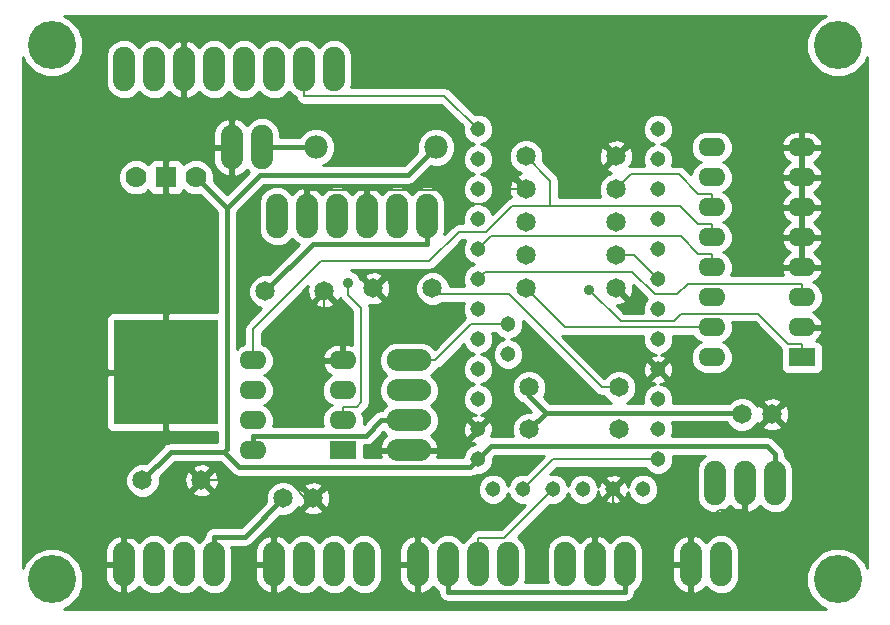
<source format=gtl>
G04 (created by PCBNEW-RS274X (2011-11-27 BZR 3249)-stable) date 21/01/2012 12:20:12 a.m.*
G01*
G70*
G90*
%MOIN*%
G04 Gerber Fmt 3.4, Leading zero omitted, Abs format*
%FSLAX34Y34*%
G04 APERTURE LIST*
%ADD10C,0.006000*%
%ADD11C,0.065000*%
%ADD12C,0.078000*%
%ADD13O,0.074000X0.148000*%
%ADD14O,0.148000X0.074000*%
%ADD15R,0.350000X0.350000*%
%ADD16C,0.070000*%
%ADD17R,0.070000X0.070000*%
%ADD18C,0.051400*%
%ADD19R,0.090000X0.062000*%
%ADD20O,0.090000X0.062000*%
%ADD21C,0.160000*%
%ADD22C,0.035000*%
%ADD23C,0.016000*%
%ADD24C,0.008000*%
%ADD25C,0.010000*%
G04 APERTURE END LIST*
G54D10*
G54D11*
X65200Y-38700D03*
X62200Y-38700D03*
G54D12*
X55200Y-37300D03*
X59200Y-37300D03*
G54D11*
X69400Y-46200D03*
X70400Y-46200D03*
X54100Y-49000D03*
X55100Y-49000D03*
X49416Y-48400D03*
X51384Y-48400D03*
X53516Y-42100D03*
X55484Y-42100D03*
X59084Y-42000D03*
X57116Y-42000D03*
G54D13*
X48800Y-34700D03*
X49800Y-34700D03*
X50800Y-34700D03*
X51800Y-34700D03*
X52800Y-34700D03*
X53800Y-34700D03*
X54800Y-34700D03*
X55800Y-34700D03*
X53900Y-39600D03*
X54900Y-39600D03*
X55900Y-39600D03*
X56900Y-39600D03*
X57900Y-39600D03*
X58900Y-39600D03*
G54D14*
X58300Y-47400D03*
X58300Y-46400D03*
X58300Y-45400D03*
X58300Y-44400D03*
G54D13*
X58600Y-51200D03*
X59600Y-51200D03*
X60600Y-51200D03*
X61600Y-51200D03*
X48800Y-51200D03*
X49800Y-51200D03*
X50800Y-51200D03*
X51800Y-51200D03*
X53800Y-51200D03*
X54800Y-51200D03*
X55800Y-51200D03*
X56800Y-51200D03*
X63500Y-51200D03*
X64500Y-51200D03*
X65500Y-51200D03*
X68500Y-48500D03*
X69500Y-48500D03*
X70500Y-48500D03*
X52400Y-37300D03*
X53400Y-37300D03*
X67700Y-51200D03*
X68700Y-51200D03*
G54D11*
X62300Y-45300D03*
X65300Y-45300D03*
X62300Y-46700D03*
X65300Y-46700D03*
X65200Y-40900D03*
X62200Y-40900D03*
X62200Y-39800D03*
X65200Y-39800D03*
X62200Y-42000D03*
X65200Y-42000D03*
X62200Y-37600D03*
X65200Y-37600D03*
G54D15*
X50200Y-44800D03*
G54D16*
X51200Y-38300D03*
G54D17*
X50200Y-38300D03*
G54D16*
X49200Y-38300D03*
G54D18*
X60600Y-40700D03*
X60600Y-41700D03*
X60600Y-42700D03*
X60600Y-43700D03*
X61600Y-43200D03*
X61600Y-44200D03*
X66100Y-48700D03*
X66600Y-43700D03*
X66600Y-42700D03*
X66600Y-41700D03*
X66600Y-40700D03*
X66600Y-39700D03*
X66600Y-38700D03*
X66600Y-37700D03*
X66600Y-36700D03*
X60600Y-36700D03*
X60600Y-37700D03*
X60600Y-38700D03*
X60600Y-39700D03*
X60600Y-46700D03*
X66600Y-44700D03*
X65100Y-48700D03*
X61100Y-48700D03*
X60600Y-47700D03*
X60600Y-45700D03*
X66600Y-45700D03*
X66600Y-46700D03*
X63100Y-48700D03*
X66600Y-47700D03*
X62100Y-48700D03*
X60600Y-44700D03*
X64100Y-48700D03*
G54D19*
X56100Y-47400D03*
G54D20*
X56100Y-46400D03*
X56100Y-45400D03*
X56100Y-44400D03*
X53100Y-44400D03*
X53100Y-45400D03*
X53100Y-46400D03*
X53100Y-47400D03*
G54D19*
X71400Y-44300D03*
G54D20*
X71400Y-43300D03*
X71400Y-42300D03*
X71400Y-41300D03*
X71400Y-40300D03*
X71400Y-39300D03*
X71400Y-38300D03*
X71400Y-37300D03*
X68400Y-37300D03*
X68400Y-38300D03*
X68400Y-39300D03*
X68400Y-40300D03*
X68400Y-41300D03*
X68400Y-42300D03*
X68400Y-43300D03*
X68400Y-44300D03*
G54D21*
X46400Y-33900D03*
X46400Y-51700D03*
X72600Y-33900D03*
X72600Y-51700D03*
G54D22*
X64316Y-42063D03*
X56268Y-41810D03*
G54D23*
X59600Y-52123D02*
X65500Y-52123D01*
X59600Y-51200D02*
X59600Y-52123D01*
X65500Y-51200D02*
X65500Y-52123D01*
X62859Y-46141D02*
X62300Y-45582D01*
X62300Y-45582D02*
X62300Y-45300D01*
X69400Y-46200D02*
X69341Y-46141D01*
X69341Y-46141D02*
X62859Y-46141D01*
X62859Y-46141D02*
X62300Y-46700D01*
X52823Y-50277D02*
X54100Y-49000D01*
X51800Y-50277D02*
X52823Y-50277D01*
X51800Y-51200D02*
X51800Y-50277D01*
X55093Y-40523D02*
X58900Y-40523D01*
X53516Y-42100D02*
X55093Y-40523D01*
X58900Y-39600D02*
X58900Y-40523D01*
X56870Y-46907D02*
X53100Y-46907D01*
X57377Y-46400D02*
X56870Y-46907D01*
X58300Y-46400D02*
X57377Y-46400D01*
X53100Y-47400D02*
X53100Y-46907D01*
G54D24*
X68400Y-41300D02*
X68400Y-40847D01*
X68400Y-40847D02*
X67947Y-40847D01*
X67947Y-40847D02*
X67369Y-40269D01*
X67369Y-40269D02*
X61031Y-40269D01*
X61031Y-40269D02*
X60600Y-40700D01*
X60850Y-41450D02*
X60600Y-41700D01*
X65743Y-41450D02*
X60850Y-41450D01*
X66493Y-42200D02*
X65743Y-41450D01*
X67233Y-42200D02*
X66493Y-42200D01*
X67586Y-41847D02*
X67233Y-42200D01*
X71400Y-41847D02*
X67586Y-41847D01*
X71400Y-42300D02*
X71400Y-41847D01*
X58300Y-44400D02*
X59183Y-44400D01*
X61600Y-43200D02*
X60383Y-43200D01*
X60383Y-43200D02*
X59183Y-44400D01*
X63017Y-39250D02*
X67350Y-39250D01*
X67350Y-39250D02*
X67947Y-39847D01*
X67947Y-39847D02*
X68400Y-39847D01*
X53100Y-44400D02*
X53100Y-43361D01*
X53100Y-43361D02*
X55361Y-41100D01*
X55361Y-41100D02*
X58972Y-41100D01*
X58972Y-41100D02*
X59958Y-40114D01*
X59958Y-40114D02*
X60877Y-40114D01*
X60877Y-40114D02*
X61741Y-39250D01*
X61741Y-39250D02*
X63017Y-39250D01*
X63017Y-39250D02*
X63017Y-38417D01*
X63017Y-38417D02*
X62200Y-37600D01*
X68400Y-40300D02*
X68400Y-39847D01*
X62200Y-42000D02*
X63500Y-43300D01*
X63500Y-43300D02*
X67807Y-43300D01*
X68400Y-43300D02*
X67807Y-43300D01*
X65700Y-38200D02*
X65200Y-38700D01*
X67300Y-38200D02*
X65700Y-38200D01*
X67947Y-38847D02*
X67300Y-38200D01*
X68400Y-38847D02*
X67947Y-38847D01*
X68400Y-39300D02*
X68400Y-38847D01*
X71400Y-44300D02*
X71400Y-43847D01*
X71400Y-43847D02*
X70947Y-43847D01*
X70947Y-43847D02*
X69946Y-42846D01*
X69946Y-42846D02*
X67374Y-42846D01*
X67374Y-42846D02*
X67119Y-43101D01*
X67119Y-43101D02*
X65354Y-43101D01*
X65354Y-43101D02*
X64316Y-42063D01*
X54800Y-34700D02*
X54800Y-35583D01*
X60600Y-36700D02*
X59483Y-35583D01*
X59483Y-35583D02*
X54800Y-35583D01*
X66600Y-41700D02*
X65800Y-40900D01*
X65800Y-40900D02*
X65200Y-40900D01*
X56100Y-46400D02*
X56100Y-45947D01*
X56100Y-45947D02*
X56553Y-45947D01*
X56553Y-45947D02*
X56696Y-45804D01*
X56696Y-45804D02*
X56696Y-42647D01*
X56696Y-42647D02*
X56268Y-42219D01*
X56268Y-42219D02*
X56268Y-41810D01*
X60600Y-51200D02*
X60600Y-50317D01*
X63100Y-48700D02*
X61483Y-50317D01*
X61483Y-50317D02*
X60600Y-50317D01*
X62100Y-48700D02*
X63100Y-47700D01*
X63100Y-47700D02*
X66600Y-47700D01*
G54D23*
X52235Y-39335D02*
X51200Y-38300D01*
X52132Y-47447D02*
X52235Y-47344D01*
X52235Y-47344D02*
X52235Y-39335D01*
X59200Y-37300D02*
X58276Y-38224D01*
X58276Y-38224D02*
X53346Y-38224D01*
X53346Y-38224D02*
X52235Y-39335D01*
X52132Y-47447D02*
X52643Y-47958D01*
X52643Y-47958D02*
X60342Y-47958D01*
X60342Y-47958D02*
X60600Y-47700D01*
X49416Y-48400D02*
X50369Y-47447D01*
X50369Y-47447D02*
X52132Y-47447D01*
X70500Y-48500D02*
X70500Y-47530D01*
X70500Y-47530D02*
X70229Y-47259D01*
X70229Y-47259D02*
X61041Y-47259D01*
X61041Y-47259D02*
X60600Y-47700D01*
G54D24*
X54983Y-49117D02*
X54266Y-48400D01*
X49467Y-50317D02*
X51384Y-48400D01*
X48800Y-50317D02*
X49467Y-50317D01*
X65405Y-49412D02*
X64500Y-50317D01*
X65100Y-48700D02*
X65100Y-49107D01*
X65100Y-49107D02*
X65405Y-49412D01*
X65405Y-49412D02*
X66795Y-49412D01*
X66795Y-49412D02*
X67700Y-50317D01*
X67700Y-51200D02*
X67700Y-50317D01*
X69500Y-48500D02*
X69500Y-49383D01*
X54266Y-48400D02*
X51384Y-48400D01*
X54983Y-49117D02*
X55100Y-49000D01*
X53800Y-51200D02*
X53800Y-50300D01*
X53800Y-50300D02*
X54983Y-49117D01*
X64500Y-51200D02*
X64500Y-50317D01*
X68634Y-49383D02*
X67700Y-50317D01*
X69861Y-45661D02*
X70400Y-46200D01*
X67561Y-45661D02*
X69861Y-45661D01*
X66600Y-44700D02*
X67561Y-45661D01*
X59900Y-47400D02*
X58300Y-47400D01*
X60600Y-46700D02*
X59900Y-47400D01*
X69500Y-49383D02*
X68634Y-49383D01*
X56100Y-44400D02*
X56100Y-43947D01*
X56100Y-43947D02*
X55484Y-43331D01*
X55484Y-43331D02*
X55484Y-42100D01*
X54900Y-39600D02*
X54900Y-38717D01*
X56900Y-38717D02*
X54900Y-38717D01*
X56900Y-38763D02*
X56900Y-38717D01*
X56900Y-39600D02*
X56900Y-38763D01*
X62200Y-38700D02*
X61716Y-38700D01*
X61716Y-38700D02*
X61216Y-39200D01*
X61216Y-39200D02*
X60167Y-39200D01*
X60167Y-39200D02*
X59684Y-38717D01*
X59684Y-38717D02*
X56900Y-38717D01*
X48800Y-51200D02*
X48800Y-50317D01*
X59284Y-42200D02*
X59084Y-42000D01*
X61632Y-42200D02*
X59284Y-42200D01*
X64732Y-45300D02*
X61632Y-42200D01*
X65300Y-45300D02*
X64732Y-45300D01*
G54D23*
X53400Y-37300D02*
X55200Y-37300D01*
G54D10*
G36*
X56406Y-43874D02*
X56260Y-43840D01*
X56150Y-43840D01*
X56150Y-44300D01*
X56150Y-44350D01*
X56150Y-44450D01*
X56050Y-44450D01*
X56050Y-44350D01*
X56050Y-43840D01*
X55940Y-43840D01*
X55809Y-43870D01*
X55809Y-42496D01*
X55484Y-42171D01*
X55159Y-42496D01*
X55188Y-42592D01*
X55400Y-42668D01*
X55623Y-42656D01*
X55780Y-42592D01*
X55809Y-42496D01*
X55809Y-43870D01*
X55727Y-43890D01*
X55550Y-44018D01*
X55435Y-44204D01*
X55418Y-44263D01*
X55465Y-44350D01*
X56050Y-44350D01*
X56050Y-44450D01*
X56000Y-44450D01*
X55465Y-44450D01*
X55418Y-44537D01*
X55435Y-44596D01*
X55550Y-44782D01*
X55715Y-44901D01*
X55636Y-44935D01*
X55482Y-45089D01*
X55398Y-45291D01*
X55398Y-45509D01*
X55482Y-45711D01*
X55636Y-45865D01*
X55720Y-45900D01*
X55636Y-45935D01*
X55482Y-46089D01*
X55398Y-46291D01*
X55398Y-46509D01*
X55426Y-46577D01*
X53773Y-46577D01*
X53802Y-46509D01*
X53802Y-46291D01*
X53718Y-46089D01*
X53564Y-45935D01*
X53479Y-45900D01*
X53564Y-45865D01*
X53718Y-45711D01*
X53802Y-45509D01*
X53802Y-45291D01*
X53718Y-45089D01*
X53564Y-44935D01*
X53479Y-44900D01*
X53564Y-44865D01*
X53718Y-44711D01*
X53802Y-44509D01*
X53802Y-44291D01*
X53718Y-44089D01*
X53564Y-43935D01*
X53390Y-43862D01*
X53390Y-43481D01*
X54950Y-41920D01*
X54916Y-42016D01*
X54928Y-42239D01*
X54992Y-42396D01*
X55088Y-42425D01*
X55378Y-42135D01*
X55413Y-42100D01*
X55484Y-42029D01*
X55555Y-42100D01*
X55590Y-42135D01*
X55880Y-42425D01*
X55976Y-42396D01*
X55999Y-42329D01*
X56000Y-42330D01*
X56063Y-42424D01*
X56406Y-42767D01*
X56406Y-43874D01*
X56406Y-43874D01*
G37*
G54D25*
X56406Y-43874D02*
X56260Y-43840D01*
X56150Y-43840D01*
X56150Y-44300D01*
X56150Y-44350D01*
X56150Y-44450D01*
X56050Y-44450D01*
X56050Y-44350D01*
X56050Y-43840D01*
X55940Y-43840D01*
X55809Y-43870D01*
X55809Y-42496D01*
X55484Y-42171D01*
X55159Y-42496D01*
X55188Y-42592D01*
X55400Y-42668D01*
X55623Y-42656D01*
X55780Y-42592D01*
X55809Y-42496D01*
X55809Y-43870D01*
X55727Y-43890D01*
X55550Y-44018D01*
X55435Y-44204D01*
X55418Y-44263D01*
X55465Y-44350D01*
X56050Y-44350D01*
X56050Y-44450D01*
X56000Y-44450D01*
X55465Y-44450D01*
X55418Y-44537D01*
X55435Y-44596D01*
X55550Y-44782D01*
X55715Y-44901D01*
X55636Y-44935D01*
X55482Y-45089D01*
X55398Y-45291D01*
X55398Y-45509D01*
X55482Y-45711D01*
X55636Y-45865D01*
X55720Y-45900D01*
X55636Y-45935D01*
X55482Y-46089D01*
X55398Y-46291D01*
X55398Y-46509D01*
X55426Y-46577D01*
X53773Y-46577D01*
X53802Y-46509D01*
X53802Y-46291D01*
X53718Y-46089D01*
X53564Y-45935D01*
X53479Y-45900D01*
X53564Y-45865D01*
X53718Y-45711D01*
X53802Y-45509D01*
X53802Y-45291D01*
X53718Y-45089D01*
X53564Y-44935D01*
X53479Y-44900D01*
X53564Y-44865D01*
X53718Y-44711D01*
X53802Y-44509D01*
X53802Y-44291D01*
X53718Y-44089D01*
X53564Y-43935D01*
X53390Y-43862D01*
X53390Y-43481D01*
X54950Y-41920D01*
X54916Y-42016D01*
X54928Y-42239D01*
X54992Y-42396D01*
X55088Y-42425D01*
X55378Y-42135D01*
X55413Y-42100D01*
X55484Y-42029D01*
X55555Y-42100D01*
X55590Y-42135D01*
X55880Y-42425D01*
X55976Y-42396D01*
X55999Y-42329D01*
X56000Y-42330D01*
X56063Y-42424D01*
X56406Y-42767D01*
X56406Y-43874D01*
G54D10*
G36*
X60485Y-41200D02*
X60314Y-41271D01*
X60171Y-41413D01*
X60094Y-41599D01*
X60094Y-41800D01*
X60139Y-41910D01*
X59659Y-41910D01*
X59659Y-41886D01*
X59572Y-41675D01*
X59410Y-41513D01*
X59199Y-41425D01*
X58970Y-41425D01*
X58759Y-41512D01*
X58597Y-41674D01*
X58509Y-41885D01*
X58509Y-42114D01*
X58596Y-42325D01*
X58758Y-42487D01*
X58969Y-42575D01*
X59198Y-42575D01*
X59404Y-42490D01*
X60139Y-42490D01*
X60094Y-42599D01*
X60094Y-42800D01*
X60171Y-42986D01*
X60179Y-42994D01*
X60178Y-42995D01*
X59161Y-44012D01*
X59034Y-43885D01*
X58811Y-43792D01*
X58569Y-43792D01*
X57791Y-43792D01*
X57684Y-43835D01*
X57684Y-42084D01*
X57672Y-41861D01*
X57608Y-41704D01*
X57512Y-41675D01*
X57441Y-41746D01*
X57441Y-41604D01*
X57412Y-41508D01*
X57200Y-41432D01*
X56977Y-41444D01*
X56820Y-41508D01*
X56791Y-41604D01*
X57116Y-41929D01*
X57441Y-41604D01*
X57441Y-41746D01*
X57187Y-42000D01*
X57512Y-42325D01*
X57608Y-42296D01*
X57684Y-42084D01*
X57684Y-43835D01*
X57567Y-43884D01*
X57396Y-44055D01*
X57303Y-44278D01*
X57303Y-44520D01*
X57395Y-44744D01*
X57551Y-44900D01*
X57396Y-45055D01*
X57303Y-45278D01*
X57303Y-45520D01*
X57395Y-45744D01*
X57551Y-45900D01*
X57396Y-46055D01*
X57389Y-46070D01*
X57377Y-46070D01*
X57250Y-46095D01*
X57144Y-46167D01*
X56802Y-46509D01*
X56802Y-46291D01*
X56747Y-46159D01*
X56758Y-46152D01*
X56901Y-46009D01*
X56964Y-45915D01*
X56986Y-45804D01*
X56986Y-42647D01*
X56965Y-42544D01*
X57032Y-42568D01*
X57255Y-42556D01*
X57412Y-42492D01*
X57441Y-42396D01*
X57151Y-42106D01*
X57116Y-42071D01*
X57045Y-42000D01*
X57010Y-41965D01*
X56720Y-41675D01*
X56677Y-41687D01*
X56629Y-41570D01*
X56509Y-41450D01*
X56365Y-41390D01*
X58972Y-41390D01*
X59083Y-41368D01*
X59177Y-41305D01*
X60078Y-40404D01*
X60180Y-40404D01*
X60171Y-40413D01*
X60094Y-40599D01*
X60094Y-40800D01*
X60171Y-40986D01*
X60313Y-41129D01*
X60485Y-41200D01*
X60485Y-41200D01*
G37*
G54D25*
X60485Y-41200D02*
X60314Y-41271D01*
X60171Y-41413D01*
X60094Y-41599D01*
X60094Y-41800D01*
X60139Y-41910D01*
X59659Y-41910D01*
X59659Y-41886D01*
X59572Y-41675D01*
X59410Y-41513D01*
X59199Y-41425D01*
X58970Y-41425D01*
X58759Y-41512D01*
X58597Y-41674D01*
X58509Y-41885D01*
X58509Y-42114D01*
X58596Y-42325D01*
X58758Y-42487D01*
X58969Y-42575D01*
X59198Y-42575D01*
X59404Y-42490D01*
X60139Y-42490D01*
X60094Y-42599D01*
X60094Y-42800D01*
X60171Y-42986D01*
X60179Y-42994D01*
X60178Y-42995D01*
X59161Y-44012D01*
X59034Y-43885D01*
X58811Y-43792D01*
X58569Y-43792D01*
X57791Y-43792D01*
X57684Y-43835D01*
X57684Y-42084D01*
X57672Y-41861D01*
X57608Y-41704D01*
X57512Y-41675D01*
X57441Y-41746D01*
X57441Y-41604D01*
X57412Y-41508D01*
X57200Y-41432D01*
X56977Y-41444D01*
X56820Y-41508D01*
X56791Y-41604D01*
X57116Y-41929D01*
X57441Y-41604D01*
X57441Y-41746D01*
X57187Y-42000D01*
X57512Y-42325D01*
X57608Y-42296D01*
X57684Y-42084D01*
X57684Y-43835D01*
X57567Y-43884D01*
X57396Y-44055D01*
X57303Y-44278D01*
X57303Y-44520D01*
X57395Y-44744D01*
X57551Y-44900D01*
X57396Y-45055D01*
X57303Y-45278D01*
X57303Y-45520D01*
X57395Y-45744D01*
X57551Y-45900D01*
X57396Y-46055D01*
X57389Y-46070D01*
X57377Y-46070D01*
X57250Y-46095D01*
X57144Y-46167D01*
X56802Y-46509D01*
X56802Y-46291D01*
X56747Y-46159D01*
X56758Y-46152D01*
X56901Y-46009D01*
X56964Y-45915D01*
X56986Y-45804D01*
X56986Y-42647D01*
X56965Y-42544D01*
X57032Y-42568D01*
X57255Y-42556D01*
X57412Y-42492D01*
X57441Y-42396D01*
X57151Y-42106D01*
X57116Y-42071D01*
X57045Y-42000D01*
X57010Y-41965D01*
X56720Y-41675D01*
X56677Y-41687D01*
X56629Y-41570D01*
X56509Y-41450D01*
X56365Y-41390D01*
X58972Y-41390D01*
X59083Y-41368D01*
X59177Y-41305D01*
X60078Y-40404D01*
X60180Y-40404D01*
X60171Y-40413D01*
X60094Y-40599D01*
X60094Y-40800D01*
X60171Y-40986D01*
X60313Y-41129D01*
X60485Y-41200D01*
G54D10*
G36*
X65031Y-45811D02*
X62995Y-45811D01*
X62793Y-45609D01*
X62875Y-45415D01*
X62875Y-45186D01*
X62788Y-44975D01*
X62626Y-44813D01*
X62415Y-44725D01*
X62186Y-44725D01*
X61975Y-44812D01*
X61813Y-44974D01*
X61725Y-45185D01*
X61725Y-45414D01*
X61812Y-45625D01*
X61974Y-45787D01*
X62085Y-45833D01*
X62376Y-46125D01*
X62186Y-46125D01*
X61975Y-46212D01*
X61813Y-46374D01*
X61725Y-46585D01*
X61725Y-46814D01*
X61772Y-46929D01*
X61046Y-46929D01*
X61102Y-46769D01*
X61090Y-46572D01*
X61037Y-46444D01*
X60948Y-46423D01*
X60706Y-46665D01*
X60671Y-46700D01*
X60600Y-46771D01*
X60565Y-46806D01*
X60529Y-46842D01*
X60529Y-46700D01*
X60252Y-46423D01*
X60163Y-46444D01*
X60098Y-46631D01*
X60110Y-46828D01*
X60163Y-46956D01*
X60252Y-46977D01*
X60529Y-46700D01*
X60529Y-46842D01*
X60323Y-47048D01*
X60344Y-47137D01*
X60507Y-47194D01*
X60500Y-47194D01*
X60314Y-47271D01*
X60171Y-47413D01*
X60094Y-47599D01*
X60094Y-47628D01*
X59243Y-47628D01*
X59272Y-47546D01*
X59225Y-47450D01*
X58400Y-47450D01*
X58350Y-47450D01*
X58250Y-47450D01*
X58200Y-47450D01*
X57375Y-47450D01*
X57328Y-47546D01*
X57356Y-47628D01*
X56799Y-47628D01*
X56799Y-47237D01*
X56870Y-47237D01*
X56996Y-47212D01*
X56997Y-47212D01*
X57103Y-47140D01*
X57447Y-46796D01*
X57549Y-46898D01*
X57396Y-47057D01*
X57328Y-47254D01*
X57375Y-47350D01*
X58200Y-47350D01*
X58250Y-47350D01*
X58350Y-47350D01*
X58400Y-47350D01*
X59225Y-47350D01*
X59272Y-47254D01*
X59204Y-47057D01*
X59050Y-46898D01*
X59204Y-46745D01*
X59297Y-46522D01*
X59297Y-46280D01*
X59205Y-46056D01*
X59049Y-45900D01*
X59204Y-45745D01*
X59297Y-45522D01*
X59297Y-45280D01*
X59205Y-45056D01*
X59049Y-44900D01*
X59204Y-44745D01*
X59230Y-44680D01*
X59294Y-44668D01*
X59388Y-44605D01*
X60122Y-43870D01*
X60171Y-43986D01*
X60313Y-44129D01*
X60485Y-44200D01*
X60314Y-44271D01*
X60171Y-44413D01*
X60094Y-44599D01*
X60094Y-44800D01*
X60171Y-44986D01*
X60313Y-45129D01*
X60485Y-45200D01*
X60314Y-45271D01*
X60171Y-45413D01*
X60094Y-45599D01*
X60094Y-45800D01*
X60171Y-45986D01*
X60313Y-46129D01*
X60499Y-46206D01*
X60537Y-46206D01*
X60472Y-46210D01*
X60344Y-46263D01*
X60323Y-46352D01*
X60600Y-46629D01*
X60877Y-46352D01*
X60856Y-46263D01*
X60692Y-46206D01*
X60700Y-46206D01*
X60886Y-46129D01*
X61029Y-45987D01*
X61106Y-45801D01*
X61106Y-45600D01*
X61029Y-45414D01*
X60887Y-45271D01*
X60714Y-45199D01*
X60886Y-45129D01*
X61029Y-44987D01*
X61106Y-44801D01*
X61106Y-44600D01*
X61029Y-44414D01*
X60887Y-44271D01*
X60714Y-44199D01*
X60886Y-44129D01*
X61029Y-43987D01*
X61106Y-43801D01*
X61106Y-43600D01*
X61060Y-43490D01*
X61174Y-43490D01*
X61313Y-43629D01*
X61485Y-43700D01*
X61314Y-43771D01*
X61171Y-43913D01*
X61094Y-44099D01*
X61094Y-44300D01*
X61171Y-44486D01*
X61313Y-44629D01*
X61499Y-44706D01*
X61700Y-44706D01*
X61886Y-44629D01*
X62029Y-44487D01*
X62106Y-44301D01*
X62106Y-44100D01*
X62029Y-43914D01*
X61887Y-43771D01*
X61714Y-43699D01*
X61886Y-43629D01*
X62029Y-43487D01*
X62106Y-43301D01*
X62106Y-43100D01*
X62094Y-43072D01*
X64527Y-45505D01*
X64621Y-45568D01*
X64732Y-45590D01*
X64797Y-45590D01*
X64812Y-45625D01*
X64974Y-45787D01*
X65031Y-45811D01*
X65031Y-45811D01*
G37*
G54D25*
X65031Y-45811D02*
X62995Y-45811D01*
X62793Y-45609D01*
X62875Y-45415D01*
X62875Y-45186D01*
X62788Y-44975D01*
X62626Y-44813D01*
X62415Y-44725D01*
X62186Y-44725D01*
X61975Y-44812D01*
X61813Y-44974D01*
X61725Y-45185D01*
X61725Y-45414D01*
X61812Y-45625D01*
X61974Y-45787D01*
X62085Y-45833D01*
X62376Y-46125D01*
X62186Y-46125D01*
X61975Y-46212D01*
X61813Y-46374D01*
X61725Y-46585D01*
X61725Y-46814D01*
X61772Y-46929D01*
X61046Y-46929D01*
X61102Y-46769D01*
X61090Y-46572D01*
X61037Y-46444D01*
X60948Y-46423D01*
X60706Y-46665D01*
X60671Y-46700D01*
X60600Y-46771D01*
X60565Y-46806D01*
X60529Y-46842D01*
X60529Y-46700D01*
X60252Y-46423D01*
X60163Y-46444D01*
X60098Y-46631D01*
X60110Y-46828D01*
X60163Y-46956D01*
X60252Y-46977D01*
X60529Y-46700D01*
X60529Y-46842D01*
X60323Y-47048D01*
X60344Y-47137D01*
X60507Y-47194D01*
X60500Y-47194D01*
X60314Y-47271D01*
X60171Y-47413D01*
X60094Y-47599D01*
X60094Y-47628D01*
X59243Y-47628D01*
X59272Y-47546D01*
X59225Y-47450D01*
X58400Y-47450D01*
X58350Y-47450D01*
X58250Y-47450D01*
X58200Y-47450D01*
X57375Y-47450D01*
X57328Y-47546D01*
X57356Y-47628D01*
X56799Y-47628D01*
X56799Y-47237D01*
X56870Y-47237D01*
X56996Y-47212D01*
X56997Y-47212D01*
X57103Y-47140D01*
X57447Y-46796D01*
X57549Y-46898D01*
X57396Y-47057D01*
X57328Y-47254D01*
X57375Y-47350D01*
X58200Y-47350D01*
X58250Y-47350D01*
X58350Y-47350D01*
X58400Y-47350D01*
X59225Y-47350D01*
X59272Y-47254D01*
X59204Y-47057D01*
X59050Y-46898D01*
X59204Y-46745D01*
X59297Y-46522D01*
X59297Y-46280D01*
X59205Y-46056D01*
X59049Y-45900D01*
X59204Y-45745D01*
X59297Y-45522D01*
X59297Y-45280D01*
X59205Y-45056D01*
X59049Y-44900D01*
X59204Y-44745D01*
X59230Y-44680D01*
X59294Y-44668D01*
X59388Y-44605D01*
X60122Y-43870D01*
X60171Y-43986D01*
X60313Y-44129D01*
X60485Y-44200D01*
X60314Y-44271D01*
X60171Y-44413D01*
X60094Y-44599D01*
X60094Y-44800D01*
X60171Y-44986D01*
X60313Y-45129D01*
X60485Y-45200D01*
X60314Y-45271D01*
X60171Y-45413D01*
X60094Y-45599D01*
X60094Y-45800D01*
X60171Y-45986D01*
X60313Y-46129D01*
X60499Y-46206D01*
X60537Y-46206D01*
X60472Y-46210D01*
X60344Y-46263D01*
X60323Y-46352D01*
X60600Y-46629D01*
X60877Y-46352D01*
X60856Y-46263D01*
X60692Y-46206D01*
X60700Y-46206D01*
X60886Y-46129D01*
X61029Y-45987D01*
X61106Y-45801D01*
X61106Y-45600D01*
X61029Y-45414D01*
X60887Y-45271D01*
X60714Y-45199D01*
X60886Y-45129D01*
X61029Y-44987D01*
X61106Y-44801D01*
X61106Y-44600D01*
X61029Y-44414D01*
X60887Y-44271D01*
X60714Y-44199D01*
X60886Y-44129D01*
X61029Y-43987D01*
X61106Y-43801D01*
X61106Y-43600D01*
X61060Y-43490D01*
X61174Y-43490D01*
X61313Y-43629D01*
X61485Y-43700D01*
X61314Y-43771D01*
X61171Y-43913D01*
X61094Y-44099D01*
X61094Y-44300D01*
X61171Y-44486D01*
X61313Y-44629D01*
X61499Y-44706D01*
X61700Y-44706D01*
X61886Y-44629D01*
X62029Y-44487D01*
X62106Y-44301D01*
X62106Y-44100D01*
X62029Y-43914D01*
X61887Y-43771D01*
X61714Y-43699D01*
X61886Y-43629D01*
X62029Y-43487D01*
X62106Y-43301D01*
X62106Y-43100D01*
X62094Y-43072D01*
X64527Y-45505D01*
X64621Y-45568D01*
X64732Y-45590D01*
X64797Y-45590D01*
X64812Y-45625D01*
X64974Y-45787D01*
X65031Y-45811D01*
G54D10*
G36*
X65271Y-39800D02*
X65200Y-39871D01*
X65129Y-39800D01*
X65200Y-39729D01*
X65271Y-39800D01*
X65271Y-39800D01*
G37*
G54D25*
X65271Y-39800D02*
X65200Y-39871D01*
X65129Y-39800D01*
X65200Y-39729D01*
X65271Y-39800D01*
G54D10*
G36*
X66233Y-42351D02*
X66171Y-42413D01*
X66094Y-42599D01*
X66094Y-42800D01*
X66098Y-42811D01*
X65474Y-42811D01*
X65225Y-42562D01*
X65339Y-42556D01*
X65496Y-42492D01*
X65525Y-42396D01*
X65235Y-42106D01*
X65200Y-42071D01*
X65129Y-42000D01*
X65200Y-41929D01*
X65271Y-42000D01*
X65306Y-42035D01*
X65596Y-42325D01*
X65692Y-42296D01*
X65768Y-42084D01*
X65756Y-41873D01*
X66233Y-42351D01*
X66233Y-42351D01*
G37*
G54D25*
X66233Y-42351D02*
X66171Y-42413D01*
X66094Y-42599D01*
X66094Y-42800D01*
X66098Y-42811D01*
X65474Y-42811D01*
X65225Y-42562D01*
X65339Y-42556D01*
X65496Y-42492D01*
X65525Y-42396D01*
X65235Y-42106D01*
X65200Y-42071D01*
X65129Y-42000D01*
X65200Y-41929D01*
X65271Y-42000D01*
X65306Y-42035D01*
X65596Y-42325D01*
X65692Y-42296D01*
X65768Y-42084D01*
X65756Y-41873D01*
X66233Y-42351D01*
G54D10*
G36*
X73575Y-51311D02*
X73490Y-51106D01*
X73195Y-50810D01*
X72810Y-50650D01*
X72392Y-50650D01*
X72102Y-50770D01*
X72102Y-42409D01*
X72102Y-42191D01*
X72018Y-41989D01*
X71864Y-41835D01*
X71784Y-41801D01*
X71950Y-41682D01*
X72065Y-41496D01*
X72082Y-41437D01*
X72082Y-41163D01*
X72065Y-41104D01*
X71950Y-40918D01*
X71786Y-40800D01*
X71950Y-40682D01*
X72065Y-40496D01*
X72082Y-40437D01*
X72082Y-40163D01*
X72065Y-40104D01*
X71950Y-39918D01*
X71786Y-39800D01*
X71950Y-39682D01*
X72065Y-39496D01*
X72082Y-39437D01*
X72082Y-39163D01*
X72065Y-39104D01*
X71950Y-38918D01*
X71786Y-38800D01*
X71950Y-38682D01*
X72065Y-38496D01*
X72082Y-38437D01*
X72082Y-38163D01*
X72065Y-38104D01*
X71950Y-37918D01*
X71786Y-37800D01*
X71950Y-37682D01*
X72065Y-37496D01*
X72082Y-37437D01*
X72082Y-37163D01*
X72065Y-37104D01*
X71950Y-36918D01*
X71773Y-36790D01*
X71560Y-36740D01*
X71450Y-36740D01*
X71450Y-37250D01*
X72035Y-37250D01*
X72082Y-37163D01*
X72082Y-37437D01*
X72035Y-37350D01*
X71450Y-37350D01*
X71450Y-37740D01*
X71450Y-37860D01*
X71450Y-38250D01*
X72035Y-38250D01*
X72082Y-38163D01*
X72082Y-38437D01*
X72035Y-38350D01*
X71450Y-38350D01*
X71450Y-38740D01*
X71450Y-38860D01*
X71450Y-39250D01*
X72035Y-39250D01*
X72082Y-39163D01*
X72082Y-39437D01*
X72035Y-39350D01*
X71450Y-39350D01*
X71450Y-39740D01*
X71450Y-39860D01*
X71450Y-40250D01*
X72035Y-40250D01*
X72082Y-40163D01*
X72082Y-40437D01*
X72035Y-40350D01*
X71450Y-40350D01*
X71450Y-40740D01*
X71450Y-40860D01*
X71450Y-41250D01*
X72035Y-41250D01*
X72082Y-41163D01*
X72082Y-41437D01*
X72035Y-41350D01*
X71500Y-41350D01*
X71450Y-41350D01*
X71350Y-41350D01*
X71350Y-41250D01*
X71350Y-40860D01*
X71350Y-40740D01*
X71350Y-40350D01*
X71350Y-40250D01*
X71350Y-39860D01*
X71350Y-39740D01*
X71350Y-39350D01*
X71350Y-39250D01*
X71350Y-38860D01*
X71350Y-38740D01*
X71350Y-38350D01*
X71350Y-38250D01*
X71350Y-37860D01*
X71350Y-37740D01*
X71350Y-37350D01*
X71350Y-37250D01*
X71350Y-36740D01*
X71240Y-36740D01*
X71027Y-36790D01*
X70850Y-36918D01*
X70735Y-37104D01*
X70718Y-37163D01*
X70765Y-37250D01*
X71350Y-37250D01*
X71350Y-37350D01*
X70765Y-37350D01*
X70718Y-37437D01*
X70735Y-37496D01*
X70850Y-37682D01*
X71013Y-37800D01*
X70850Y-37918D01*
X70735Y-38104D01*
X70718Y-38163D01*
X70765Y-38250D01*
X71350Y-38250D01*
X71350Y-38350D01*
X70765Y-38350D01*
X70718Y-38437D01*
X70735Y-38496D01*
X70850Y-38682D01*
X71013Y-38800D01*
X70850Y-38918D01*
X70735Y-39104D01*
X70718Y-39163D01*
X70765Y-39250D01*
X71350Y-39250D01*
X71350Y-39350D01*
X70765Y-39350D01*
X70718Y-39437D01*
X70735Y-39496D01*
X70850Y-39682D01*
X71013Y-39800D01*
X70850Y-39918D01*
X70735Y-40104D01*
X70718Y-40163D01*
X70765Y-40250D01*
X71350Y-40250D01*
X71350Y-40350D01*
X70765Y-40350D01*
X70718Y-40437D01*
X70735Y-40496D01*
X70850Y-40682D01*
X71013Y-40800D01*
X70850Y-40918D01*
X70735Y-41104D01*
X70718Y-41163D01*
X70765Y-41250D01*
X71350Y-41250D01*
X71350Y-41350D01*
X71300Y-41350D01*
X70765Y-41350D01*
X70718Y-41437D01*
X70735Y-41496D01*
X70772Y-41557D01*
X69040Y-41557D01*
X69102Y-41409D01*
X69102Y-41191D01*
X69018Y-40989D01*
X68864Y-40835D01*
X68779Y-40800D01*
X68864Y-40765D01*
X69018Y-40611D01*
X69102Y-40409D01*
X69102Y-40191D01*
X69018Y-39989D01*
X68864Y-39835D01*
X68779Y-39800D01*
X68864Y-39765D01*
X69018Y-39611D01*
X69102Y-39409D01*
X69102Y-39191D01*
X69018Y-38989D01*
X68864Y-38835D01*
X68779Y-38800D01*
X68864Y-38765D01*
X69018Y-38611D01*
X69102Y-38409D01*
X69102Y-38191D01*
X69018Y-37989D01*
X68864Y-37835D01*
X68779Y-37800D01*
X68864Y-37765D01*
X69018Y-37611D01*
X69102Y-37409D01*
X69102Y-37191D01*
X69018Y-36989D01*
X68864Y-36835D01*
X68662Y-36751D01*
X68444Y-36751D01*
X68138Y-36751D01*
X67936Y-36835D01*
X67782Y-36989D01*
X67698Y-37191D01*
X67698Y-37409D01*
X67782Y-37611D01*
X67936Y-37765D01*
X68020Y-37800D01*
X67936Y-37835D01*
X67782Y-37989D01*
X67698Y-38188D01*
X67505Y-37995D01*
X67411Y-37932D01*
X67300Y-37910D01*
X67060Y-37910D01*
X67106Y-37801D01*
X67106Y-37600D01*
X67029Y-37414D01*
X66887Y-37271D01*
X66714Y-37199D01*
X66886Y-37129D01*
X67029Y-36987D01*
X67106Y-36801D01*
X67106Y-36600D01*
X67029Y-36414D01*
X66887Y-36271D01*
X66701Y-36194D01*
X66500Y-36194D01*
X66314Y-36271D01*
X66171Y-36413D01*
X66094Y-36599D01*
X66094Y-36800D01*
X66171Y-36986D01*
X66313Y-37129D01*
X66485Y-37200D01*
X66314Y-37271D01*
X66171Y-37413D01*
X66094Y-37599D01*
X66094Y-37800D01*
X66139Y-37910D01*
X65768Y-37910D01*
X65700Y-37910D01*
X65659Y-37918D01*
X65649Y-37908D01*
X65692Y-37896D01*
X65768Y-37684D01*
X65756Y-37461D01*
X65692Y-37304D01*
X65596Y-37275D01*
X65525Y-37346D01*
X65525Y-37204D01*
X65496Y-37108D01*
X65284Y-37032D01*
X65061Y-37044D01*
X64904Y-37108D01*
X64875Y-37204D01*
X65200Y-37529D01*
X65525Y-37204D01*
X65525Y-37346D01*
X65306Y-37565D01*
X65271Y-37600D01*
X65200Y-37671D01*
X65165Y-37706D01*
X65129Y-37742D01*
X65129Y-37600D01*
X64804Y-37275D01*
X64708Y-37304D01*
X64632Y-37516D01*
X64644Y-37739D01*
X64708Y-37896D01*
X64804Y-37925D01*
X65129Y-37600D01*
X65129Y-37742D01*
X64875Y-37996D01*
X64904Y-38092D01*
X65044Y-38142D01*
X64875Y-38212D01*
X64713Y-38374D01*
X64625Y-38585D01*
X64625Y-38814D01*
X64685Y-38960D01*
X63307Y-38960D01*
X63307Y-38417D01*
X63285Y-38306D01*
X63222Y-38212D01*
X62760Y-37750D01*
X62775Y-37715D01*
X62775Y-37486D01*
X62688Y-37275D01*
X62526Y-37113D01*
X62315Y-37025D01*
X62086Y-37025D01*
X61875Y-37112D01*
X61713Y-37274D01*
X61625Y-37485D01*
X61625Y-37714D01*
X61712Y-37925D01*
X61874Y-38087D01*
X62035Y-38154D01*
X61904Y-38208D01*
X61875Y-38304D01*
X62165Y-38594D01*
X62200Y-38629D01*
X62271Y-38700D01*
X62200Y-38771D01*
X62129Y-38700D01*
X62094Y-38665D01*
X61804Y-38375D01*
X61708Y-38404D01*
X61632Y-38616D01*
X61644Y-38839D01*
X61696Y-38968D01*
X61630Y-38982D01*
X61536Y-39045D01*
X61535Y-39045D01*
X61535Y-39046D01*
X61069Y-39511D01*
X61029Y-39414D01*
X60887Y-39271D01*
X60714Y-39199D01*
X60886Y-39129D01*
X61029Y-38987D01*
X61106Y-38801D01*
X61106Y-38600D01*
X61029Y-38414D01*
X60887Y-38271D01*
X60714Y-38199D01*
X60886Y-38129D01*
X61029Y-37987D01*
X61106Y-37801D01*
X61106Y-37600D01*
X61029Y-37414D01*
X60887Y-37271D01*
X60714Y-37199D01*
X60886Y-37129D01*
X61029Y-36987D01*
X61106Y-36801D01*
X61106Y-36600D01*
X61029Y-36414D01*
X60887Y-36271D01*
X60701Y-36194D01*
X60504Y-36194D01*
X59688Y-35378D01*
X59594Y-35315D01*
X59483Y-35293D01*
X56373Y-35293D01*
X56408Y-35211D01*
X56408Y-34969D01*
X56408Y-34191D01*
X56316Y-33967D01*
X56145Y-33796D01*
X55922Y-33703D01*
X55680Y-33703D01*
X55456Y-33795D01*
X55300Y-33951D01*
X55145Y-33796D01*
X54922Y-33703D01*
X54680Y-33703D01*
X54456Y-33795D01*
X54300Y-33951D01*
X54145Y-33796D01*
X53922Y-33703D01*
X53680Y-33703D01*
X53456Y-33795D01*
X53300Y-33951D01*
X53145Y-33796D01*
X52922Y-33703D01*
X52680Y-33703D01*
X52456Y-33795D01*
X52300Y-33951D01*
X52145Y-33796D01*
X51922Y-33703D01*
X51680Y-33703D01*
X51456Y-33795D01*
X51301Y-33949D01*
X51143Y-33796D01*
X50946Y-33728D01*
X50850Y-33775D01*
X50850Y-34600D01*
X50850Y-34650D01*
X50850Y-34750D01*
X50850Y-34800D01*
X50850Y-35625D01*
X50946Y-35672D01*
X51143Y-35604D01*
X51301Y-35450D01*
X51455Y-35604D01*
X51678Y-35697D01*
X51920Y-35697D01*
X52144Y-35605D01*
X52300Y-35449D01*
X52455Y-35604D01*
X52678Y-35697D01*
X52920Y-35697D01*
X53144Y-35605D01*
X53300Y-35449D01*
X53455Y-35604D01*
X53678Y-35697D01*
X53920Y-35697D01*
X54144Y-35605D01*
X54300Y-35449D01*
X54455Y-35604D01*
X54519Y-35630D01*
X54532Y-35694D01*
X54595Y-35788D01*
X54689Y-35851D01*
X54800Y-35873D01*
X59362Y-35873D01*
X60094Y-36604D01*
X60094Y-36800D01*
X60171Y-36986D01*
X60313Y-37129D01*
X60485Y-37200D01*
X60314Y-37271D01*
X60171Y-37413D01*
X60094Y-37599D01*
X60094Y-37800D01*
X60171Y-37986D01*
X60313Y-38129D01*
X60485Y-38200D01*
X60314Y-38271D01*
X60171Y-38413D01*
X60094Y-38599D01*
X60094Y-38800D01*
X60171Y-38986D01*
X60313Y-39129D01*
X60485Y-39200D01*
X60314Y-39271D01*
X60171Y-39413D01*
X60094Y-39599D01*
X60094Y-39800D01*
X60103Y-39824D01*
X59958Y-39824D01*
X59847Y-39846D01*
X59753Y-39909D01*
X59477Y-40184D01*
X59508Y-40111D01*
X59508Y-39869D01*
X59508Y-39091D01*
X59416Y-38867D01*
X59245Y-38696D01*
X59022Y-38603D01*
X58780Y-38603D01*
X58556Y-38695D01*
X58400Y-38851D01*
X58245Y-38696D01*
X58022Y-38603D01*
X57780Y-38603D01*
X57556Y-38695D01*
X57401Y-38849D01*
X57243Y-38696D01*
X57046Y-38628D01*
X56950Y-38675D01*
X56950Y-39500D01*
X56950Y-39550D01*
X56950Y-39650D01*
X56850Y-39650D01*
X56850Y-39550D01*
X56850Y-39500D01*
X56850Y-38675D01*
X56754Y-38628D01*
X56557Y-38696D01*
X56398Y-38849D01*
X56245Y-38696D01*
X56022Y-38603D01*
X55780Y-38603D01*
X55556Y-38695D01*
X55401Y-38849D01*
X55243Y-38696D01*
X55046Y-38628D01*
X54950Y-38675D01*
X54950Y-39500D01*
X54950Y-39550D01*
X54950Y-39650D01*
X54850Y-39650D01*
X54850Y-39550D01*
X54850Y-39500D01*
X54850Y-38675D01*
X54754Y-38628D01*
X54557Y-38696D01*
X54398Y-38849D01*
X54245Y-38696D01*
X54022Y-38603D01*
X53780Y-38603D01*
X53556Y-38695D01*
X53385Y-38866D01*
X53292Y-39089D01*
X53292Y-39331D01*
X53292Y-40109D01*
X53384Y-40333D01*
X53555Y-40504D01*
X53778Y-40597D01*
X54020Y-40597D01*
X54244Y-40505D01*
X54398Y-40350D01*
X54557Y-40504D01*
X54623Y-40526D01*
X53625Y-41525D01*
X53402Y-41525D01*
X53191Y-41612D01*
X53029Y-41774D01*
X52941Y-41985D01*
X52941Y-42214D01*
X53028Y-42425D01*
X53190Y-42587D01*
X53383Y-42667D01*
X52895Y-43156D01*
X52832Y-43250D01*
X52810Y-43361D01*
X52810Y-43862D01*
X52636Y-43935D01*
X52565Y-44006D01*
X52565Y-39471D01*
X53482Y-38554D01*
X58276Y-38554D01*
X58402Y-38529D01*
X58403Y-38529D01*
X58509Y-38457D01*
X59039Y-37926D01*
X59072Y-37940D01*
X59327Y-37940D01*
X59562Y-37843D01*
X59742Y-37663D01*
X59840Y-37428D01*
X59840Y-37173D01*
X59743Y-36938D01*
X59563Y-36758D01*
X59328Y-36660D01*
X59073Y-36660D01*
X58838Y-36757D01*
X58658Y-36937D01*
X58560Y-37172D01*
X58560Y-37427D01*
X58573Y-37459D01*
X58139Y-37894D01*
X55438Y-37894D01*
X55562Y-37843D01*
X55742Y-37663D01*
X55840Y-37428D01*
X55840Y-37173D01*
X55743Y-36938D01*
X55563Y-36758D01*
X55328Y-36660D01*
X55073Y-36660D01*
X54838Y-36757D01*
X54658Y-36937D01*
X54644Y-36970D01*
X54008Y-36970D01*
X54008Y-36791D01*
X53916Y-36567D01*
X53745Y-36396D01*
X53522Y-36303D01*
X53280Y-36303D01*
X53056Y-36395D01*
X52901Y-36549D01*
X52743Y-36396D01*
X52546Y-36328D01*
X52450Y-36375D01*
X52450Y-37200D01*
X52450Y-37250D01*
X52450Y-37350D01*
X52450Y-37400D01*
X52450Y-38225D01*
X52546Y-38272D01*
X52743Y-38204D01*
X52901Y-38050D01*
X52977Y-38126D01*
X52350Y-38753D01*
X52350Y-38225D01*
X52350Y-37350D01*
X52350Y-37250D01*
X52350Y-36375D01*
X52254Y-36328D01*
X52057Y-36396D01*
X51879Y-36568D01*
X51780Y-36795D01*
X51780Y-37250D01*
X52350Y-37250D01*
X52350Y-37350D01*
X51780Y-37350D01*
X51780Y-37805D01*
X51879Y-38032D01*
X52057Y-38204D01*
X52254Y-38272D01*
X52350Y-38225D01*
X52350Y-38753D01*
X52235Y-38868D01*
X51795Y-38428D01*
X51799Y-38419D01*
X51799Y-38181D01*
X51708Y-37961D01*
X51539Y-37792D01*
X51319Y-37701D01*
X51081Y-37701D01*
X50861Y-37792D01*
X50785Y-37867D01*
X50761Y-37809D01*
X50750Y-37798D01*
X50750Y-35625D01*
X50750Y-34800D01*
X50750Y-34750D01*
X50750Y-34650D01*
X50750Y-34600D01*
X50750Y-33775D01*
X50654Y-33728D01*
X50457Y-33796D01*
X50298Y-33949D01*
X50145Y-33796D01*
X49922Y-33703D01*
X49680Y-33703D01*
X49456Y-33795D01*
X49300Y-33951D01*
X49145Y-33796D01*
X48922Y-33703D01*
X48680Y-33703D01*
X48456Y-33795D01*
X48285Y-33966D01*
X48192Y-34189D01*
X48192Y-34431D01*
X48192Y-35209D01*
X48284Y-35433D01*
X48455Y-35604D01*
X48678Y-35697D01*
X48920Y-35697D01*
X49144Y-35605D01*
X49300Y-35449D01*
X49455Y-35604D01*
X49678Y-35697D01*
X49920Y-35697D01*
X50144Y-35605D01*
X50298Y-35450D01*
X50457Y-35604D01*
X50654Y-35672D01*
X50750Y-35625D01*
X50750Y-37798D01*
X50691Y-37739D01*
X50600Y-37701D01*
X50501Y-37701D01*
X50312Y-37700D01*
X50250Y-37762D01*
X50250Y-38200D01*
X50250Y-38250D01*
X50250Y-38350D01*
X50250Y-38400D01*
X50250Y-38838D01*
X50312Y-38900D01*
X50501Y-38899D01*
X50600Y-38899D01*
X50691Y-38861D01*
X50761Y-38791D01*
X50785Y-38732D01*
X50861Y-38808D01*
X51081Y-38899D01*
X51319Y-38899D01*
X51328Y-38895D01*
X51905Y-39471D01*
X51905Y-42801D01*
X51901Y-42801D01*
X50312Y-42800D01*
X50250Y-42862D01*
X50250Y-44700D01*
X50250Y-44750D01*
X50250Y-44850D01*
X50250Y-44900D01*
X50250Y-46738D01*
X50312Y-46800D01*
X51901Y-46799D01*
X51905Y-46799D01*
X51905Y-47117D01*
X50369Y-47117D01*
X50243Y-47142D01*
X50207Y-47166D01*
X50150Y-47204D01*
X50150Y-46738D01*
X50150Y-44850D01*
X50150Y-44750D01*
X50150Y-42862D01*
X50150Y-38838D01*
X50150Y-38400D01*
X50150Y-38350D01*
X50150Y-38250D01*
X50150Y-38200D01*
X50150Y-37762D01*
X50088Y-37700D01*
X49899Y-37701D01*
X49800Y-37701D01*
X49709Y-37739D01*
X49639Y-37809D01*
X49614Y-37867D01*
X49539Y-37792D01*
X49319Y-37701D01*
X49081Y-37701D01*
X48861Y-37792D01*
X48692Y-37961D01*
X48601Y-38181D01*
X48601Y-38419D01*
X48692Y-38639D01*
X48861Y-38808D01*
X49081Y-38899D01*
X49319Y-38899D01*
X49539Y-38808D01*
X49614Y-38732D01*
X49639Y-38791D01*
X49709Y-38861D01*
X49800Y-38899D01*
X49899Y-38899D01*
X50088Y-38900D01*
X50150Y-38838D01*
X50150Y-42862D01*
X50088Y-42800D01*
X48499Y-42801D01*
X48400Y-42801D01*
X48309Y-42839D01*
X48239Y-42909D01*
X48201Y-43001D01*
X48200Y-44688D01*
X48262Y-44750D01*
X50150Y-44750D01*
X50150Y-44850D01*
X48262Y-44850D01*
X48200Y-44912D01*
X48201Y-46599D01*
X48239Y-46691D01*
X48309Y-46761D01*
X48400Y-46799D01*
X48499Y-46799D01*
X50088Y-46800D01*
X50150Y-46738D01*
X50150Y-47204D01*
X50135Y-47214D01*
X49524Y-47825D01*
X49302Y-47825D01*
X49091Y-47912D01*
X48929Y-48074D01*
X48841Y-48285D01*
X48841Y-48514D01*
X48928Y-48725D01*
X49090Y-48887D01*
X49301Y-48975D01*
X49530Y-48975D01*
X49741Y-48888D01*
X49903Y-48726D01*
X49991Y-48515D01*
X49991Y-48291D01*
X50505Y-47777D01*
X51995Y-47777D01*
X52409Y-48191D01*
X52410Y-48191D01*
X52481Y-48238D01*
X52516Y-48262D01*
X52517Y-48263D01*
X52643Y-48288D01*
X60342Y-48288D01*
X60468Y-48263D01*
X60469Y-48263D01*
X60552Y-48206D01*
X60700Y-48206D01*
X60886Y-48129D01*
X61029Y-47987D01*
X61106Y-47801D01*
X61106Y-47660D01*
X61177Y-47589D01*
X62801Y-47589D01*
X62196Y-48194D01*
X62000Y-48194D01*
X61814Y-48271D01*
X61671Y-48413D01*
X61599Y-48585D01*
X61529Y-48414D01*
X61387Y-48271D01*
X61201Y-48194D01*
X61000Y-48194D01*
X60814Y-48271D01*
X60671Y-48413D01*
X60594Y-48599D01*
X60594Y-48800D01*
X60671Y-48986D01*
X60813Y-49129D01*
X60999Y-49206D01*
X61200Y-49206D01*
X61386Y-49129D01*
X61529Y-48987D01*
X61600Y-48814D01*
X61671Y-48986D01*
X61813Y-49129D01*
X61999Y-49206D01*
X62183Y-49206D01*
X61362Y-50027D01*
X60600Y-50027D01*
X60489Y-50049D01*
X60395Y-50112D01*
X60332Y-50206D01*
X60319Y-50268D01*
X60256Y-50295D01*
X60100Y-50451D01*
X59945Y-50296D01*
X59722Y-50203D01*
X59480Y-50203D01*
X59256Y-50295D01*
X59101Y-50449D01*
X58943Y-50296D01*
X58746Y-50228D01*
X58650Y-50275D01*
X58650Y-51100D01*
X58650Y-51150D01*
X58650Y-51250D01*
X58650Y-51300D01*
X58650Y-52125D01*
X58746Y-52172D01*
X58943Y-52104D01*
X59101Y-51950D01*
X59255Y-52104D01*
X59270Y-52110D01*
X59270Y-52123D01*
X59295Y-52249D01*
X59367Y-52356D01*
X59474Y-52428D01*
X59600Y-52453D01*
X65500Y-52453D01*
X65626Y-52428D01*
X65733Y-52356D01*
X65805Y-52249D01*
X65830Y-52123D01*
X65830Y-52110D01*
X65844Y-52105D01*
X66015Y-51934D01*
X66108Y-51711D01*
X66108Y-51469D01*
X66108Y-50691D01*
X66016Y-50467D01*
X65845Y-50296D01*
X65622Y-50203D01*
X65380Y-50203D01*
X65377Y-50204D01*
X65377Y-49048D01*
X65100Y-48771D01*
X64823Y-49048D01*
X64844Y-49137D01*
X65031Y-49202D01*
X65228Y-49190D01*
X65356Y-49137D01*
X65377Y-49048D01*
X65377Y-50204D01*
X65156Y-50295D01*
X65001Y-50449D01*
X64843Y-50296D01*
X64646Y-50228D01*
X64550Y-50275D01*
X64550Y-51100D01*
X64550Y-51150D01*
X64550Y-51250D01*
X64450Y-51250D01*
X64450Y-51150D01*
X64450Y-51100D01*
X64450Y-50275D01*
X64354Y-50228D01*
X64157Y-50296D01*
X63998Y-50449D01*
X63845Y-50296D01*
X63622Y-50203D01*
X63380Y-50203D01*
X63156Y-50295D01*
X62985Y-50466D01*
X62892Y-50689D01*
X62892Y-50931D01*
X62892Y-51709D01*
X62926Y-51793D01*
X62173Y-51793D01*
X62208Y-51711D01*
X62208Y-51469D01*
X62208Y-50691D01*
X62116Y-50467D01*
X61945Y-50296D01*
X61923Y-50286D01*
X63004Y-49206D01*
X63200Y-49206D01*
X63386Y-49129D01*
X63529Y-48987D01*
X63600Y-48814D01*
X63671Y-48986D01*
X63813Y-49129D01*
X63999Y-49206D01*
X64200Y-49206D01*
X64386Y-49129D01*
X64529Y-48987D01*
X64606Y-48801D01*
X64606Y-48762D01*
X64610Y-48828D01*
X64663Y-48956D01*
X64752Y-48977D01*
X65029Y-48700D01*
X64752Y-48423D01*
X64663Y-48444D01*
X64606Y-48607D01*
X64606Y-48600D01*
X64529Y-48414D01*
X64387Y-48271D01*
X64201Y-48194D01*
X64000Y-48194D01*
X63814Y-48271D01*
X63671Y-48413D01*
X63599Y-48585D01*
X63529Y-48414D01*
X63387Y-48271D01*
X63201Y-48194D01*
X63016Y-48194D01*
X63220Y-47990D01*
X66174Y-47990D01*
X66313Y-48129D01*
X66499Y-48206D01*
X66700Y-48206D01*
X66886Y-48129D01*
X67029Y-47987D01*
X67106Y-47801D01*
X67106Y-47600D01*
X67101Y-47589D01*
X68170Y-47589D01*
X68156Y-47595D01*
X67985Y-47766D01*
X67892Y-47989D01*
X67892Y-48231D01*
X67892Y-49009D01*
X67984Y-49233D01*
X68155Y-49404D01*
X68378Y-49497D01*
X68620Y-49497D01*
X68844Y-49405D01*
X68998Y-49250D01*
X69157Y-49404D01*
X69354Y-49472D01*
X69450Y-49425D01*
X69450Y-48600D01*
X69450Y-48550D01*
X69450Y-48450D01*
X69550Y-48450D01*
X69550Y-48550D01*
X69550Y-48600D01*
X69550Y-49425D01*
X69646Y-49472D01*
X69843Y-49404D01*
X70001Y-49250D01*
X70155Y-49404D01*
X70378Y-49497D01*
X70620Y-49497D01*
X70844Y-49405D01*
X71015Y-49234D01*
X71108Y-49011D01*
X71108Y-48769D01*
X71108Y-47991D01*
X71016Y-47767D01*
X70968Y-47719D01*
X70968Y-46284D01*
X70956Y-46061D01*
X70892Y-45904D01*
X70796Y-45875D01*
X70725Y-45946D01*
X70725Y-45804D01*
X70696Y-45708D01*
X70484Y-45632D01*
X70261Y-45644D01*
X70104Y-45708D01*
X70075Y-45804D01*
X70400Y-46129D01*
X70725Y-45804D01*
X70725Y-45946D01*
X70471Y-46200D01*
X70796Y-46525D01*
X70892Y-46496D01*
X70968Y-46284D01*
X70968Y-47719D01*
X70845Y-47596D01*
X70830Y-47589D01*
X70830Y-47530D01*
X70808Y-47424D01*
X70805Y-47404D01*
X70805Y-47403D01*
X70733Y-47297D01*
X70733Y-47296D01*
X70725Y-47288D01*
X70725Y-46596D01*
X70400Y-46271D01*
X70075Y-46596D01*
X70104Y-46692D01*
X70316Y-46768D01*
X70539Y-46756D01*
X70696Y-46692D01*
X70725Y-46596D01*
X70725Y-47288D01*
X70462Y-47026D01*
X70356Y-46954D01*
X70229Y-46929D01*
X67053Y-46929D01*
X67106Y-46801D01*
X67106Y-46600D01*
X67052Y-46471D01*
X68889Y-46471D01*
X68912Y-46525D01*
X69074Y-46687D01*
X69285Y-46775D01*
X69514Y-46775D01*
X69725Y-46688D01*
X69887Y-46526D01*
X69903Y-46485D01*
X69908Y-46496D01*
X70004Y-46525D01*
X70329Y-46200D01*
X70004Y-45875D01*
X69908Y-45904D01*
X69904Y-45914D01*
X69888Y-45875D01*
X69726Y-45713D01*
X69515Y-45625D01*
X69286Y-45625D01*
X69075Y-45712D01*
X68976Y-45811D01*
X67101Y-45811D01*
X67106Y-45801D01*
X67106Y-45600D01*
X67102Y-45590D01*
X67102Y-44769D01*
X67090Y-44572D01*
X67037Y-44444D01*
X66948Y-44423D01*
X66671Y-44700D01*
X66948Y-44977D01*
X67037Y-44956D01*
X67102Y-44769D01*
X67102Y-45590D01*
X67029Y-45414D01*
X66887Y-45271D01*
X66701Y-45194D01*
X66662Y-45194D01*
X66728Y-45190D01*
X66856Y-45137D01*
X66877Y-45048D01*
X66600Y-44771D01*
X66529Y-44842D01*
X66529Y-44700D01*
X66252Y-44423D01*
X66163Y-44444D01*
X66098Y-44631D01*
X66110Y-44828D01*
X66163Y-44956D01*
X66252Y-44977D01*
X66529Y-44700D01*
X66529Y-44842D01*
X66323Y-45048D01*
X66344Y-45137D01*
X66507Y-45194D01*
X66500Y-45194D01*
X66314Y-45271D01*
X66171Y-45413D01*
X66094Y-45599D01*
X66094Y-45800D01*
X66098Y-45811D01*
X65569Y-45811D01*
X65625Y-45788D01*
X65787Y-45626D01*
X65875Y-45415D01*
X65875Y-45186D01*
X65788Y-44975D01*
X65626Y-44813D01*
X65415Y-44725D01*
X65186Y-44725D01*
X64975Y-44812D01*
X64814Y-44972D01*
X63415Y-43573D01*
X63500Y-43590D01*
X66097Y-43590D01*
X66094Y-43599D01*
X66094Y-43800D01*
X66171Y-43986D01*
X66313Y-44129D01*
X66499Y-44206D01*
X66537Y-44206D01*
X66472Y-44210D01*
X66344Y-44263D01*
X66323Y-44352D01*
X66600Y-44629D01*
X66877Y-44352D01*
X66856Y-44263D01*
X66692Y-44206D01*
X66700Y-44206D01*
X66886Y-44129D01*
X67029Y-43987D01*
X67106Y-43801D01*
X67106Y-43600D01*
X67101Y-43590D01*
X67773Y-43590D01*
X67782Y-43611D01*
X67936Y-43765D01*
X68020Y-43800D01*
X67936Y-43835D01*
X67782Y-43989D01*
X67698Y-44191D01*
X67698Y-44409D01*
X67782Y-44611D01*
X67936Y-44765D01*
X68138Y-44849D01*
X68356Y-44849D01*
X68662Y-44849D01*
X68864Y-44765D01*
X69018Y-44611D01*
X69102Y-44409D01*
X69102Y-44191D01*
X69018Y-43989D01*
X68864Y-43835D01*
X68779Y-43800D01*
X68864Y-43765D01*
X69018Y-43611D01*
X69102Y-43409D01*
X69102Y-43191D01*
X69079Y-43136D01*
X69825Y-43136D01*
X70701Y-44011D01*
X70701Y-44039D01*
X70701Y-44659D01*
X70739Y-44751D01*
X70809Y-44821D01*
X70900Y-44859D01*
X70999Y-44859D01*
X71899Y-44859D01*
X71991Y-44821D01*
X72061Y-44751D01*
X72099Y-44660D01*
X72099Y-44561D01*
X72099Y-43941D01*
X72061Y-43849D01*
X71991Y-43779D01*
X71900Y-43741D01*
X71868Y-43741D01*
X71950Y-43682D01*
X72065Y-43496D01*
X72082Y-43437D01*
X72035Y-43350D01*
X71500Y-43350D01*
X71450Y-43350D01*
X71350Y-43350D01*
X71350Y-43250D01*
X71450Y-43250D01*
X71500Y-43250D01*
X72035Y-43250D01*
X72082Y-43163D01*
X72065Y-43104D01*
X71950Y-42918D01*
X71784Y-42798D01*
X71864Y-42765D01*
X72018Y-42611D01*
X72102Y-42409D01*
X72102Y-50770D01*
X72006Y-50810D01*
X71710Y-51105D01*
X71550Y-51490D01*
X71550Y-51908D01*
X71710Y-52294D01*
X72005Y-52590D01*
X72209Y-52675D01*
X69308Y-52675D01*
X69308Y-51711D01*
X69308Y-51469D01*
X69308Y-50691D01*
X69216Y-50467D01*
X69045Y-50296D01*
X68822Y-50203D01*
X68580Y-50203D01*
X68356Y-50295D01*
X68201Y-50449D01*
X68043Y-50296D01*
X67846Y-50228D01*
X67750Y-50275D01*
X67750Y-51100D01*
X67750Y-51150D01*
X67750Y-51250D01*
X67750Y-51300D01*
X67750Y-52125D01*
X67846Y-52172D01*
X68043Y-52104D01*
X68201Y-51950D01*
X68355Y-52104D01*
X68578Y-52197D01*
X68820Y-52197D01*
X69044Y-52105D01*
X69215Y-51934D01*
X69308Y-51711D01*
X69308Y-52675D01*
X67650Y-52675D01*
X67650Y-52125D01*
X67650Y-51250D01*
X67650Y-51150D01*
X67650Y-50275D01*
X67554Y-50228D01*
X67357Y-50296D01*
X67179Y-50468D01*
X67080Y-50695D01*
X67080Y-51150D01*
X67650Y-51150D01*
X67650Y-51250D01*
X67080Y-51250D01*
X67080Y-51705D01*
X67179Y-51932D01*
X67357Y-52104D01*
X67554Y-52172D01*
X67650Y-52125D01*
X67650Y-52675D01*
X66606Y-52675D01*
X66606Y-48801D01*
X66606Y-48600D01*
X66529Y-48414D01*
X66387Y-48271D01*
X66201Y-48194D01*
X66000Y-48194D01*
X65814Y-48271D01*
X65671Y-48413D01*
X65594Y-48599D01*
X65594Y-48637D01*
X65590Y-48572D01*
X65537Y-48444D01*
X65448Y-48423D01*
X65377Y-48494D01*
X65377Y-48352D01*
X65356Y-48263D01*
X65169Y-48198D01*
X64972Y-48210D01*
X64844Y-48263D01*
X64823Y-48352D01*
X65100Y-48629D01*
X65377Y-48352D01*
X65377Y-48494D01*
X65171Y-48700D01*
X65448Y-48977D01*
X65537Y-48956D01*
X65594Y-48792D01*
X65594Y-48800D01*
X65671Y-48986D01*
X65813Y-49129D01*
X65999Y-49206D01*
X66200Y-49206D01*
X66386Y-49129D01*
X66529Y-48987D01*
X66606Y-48801D01*
X66606Y-52675D01*
X58550Y-52675D01*
X58550Y-52125D01*
X58550Y-51250D01*
X58550Y-51150D01*
X58550Y-50275D01*
X58454Y-50228D01*
X58257Y-50296D01*
X58079Y-50468D01*
X57980Y-50695D01*
X57980Y-51150D01*
X58550Y-51150D01*
X58550Y-51250D01*
X57980Y-51250D01*
X57980Y-51705D01*
X58079Y-51932D01*
X58257Y-52104D01*
X58454Y-52172D01*
X58550Y-52125D01*
X58550Y-52675D01*
X57408Y-52675D01*
X57408Y-51711D01*
X57408Y-51469D01*
X57408Y-50691D01*
X57316Y-50467D01*
X57145Y-50296D01*
X56922Y-50203D01*
X56680Y-50203D01*
X56456Y-50295D01*
X56300Y-50451D01*
X56145Y-50296D01*
X55922Y-50203D01*
X55680Y-50203D01*
X55668Y-50207D01*
X55668Y-49084D01*
X55656Y-48861D01*
X55592Y-48704D01*
X55496Y-48675D01*
X55425Y-48746D01*
X55425Y-48604D01*
X55396Y-48508D01*
X55184Y-48432D01*
X54961Y-48444D01*
X54804Y-48508D01*
X54775Y-48604D01*
X55100Y-48929D01*
X55425Y-48604D01*
X55425Y-48746D01*
X55171Y-49000D01*
X55496Y-49325D01*
X55592Y-49296D01*
X55668Y-49084D01*
X55668Y-50207D01*
X55456Y-50295D01*
X55425Y-50326D01*
X55425Y-49396D01*
X55100Y-49071D01*
X55029Y-49142D01*
X55029Y-49000D01*
X54704Y-48675D01*
X54608Y-48704D01*
X54604Y-48714D01*
X54588Y-48675D01*
X54426Y-48513D01*
X54215Y-48425D01*
X53986Y-48425D01*
X53775Y-48512D01*
X53613Y-48674D01*
X53525Y-48885D01*
X53525Y-49108D01*
X52686Y-49947D01*
X51952Y-49947D01*
X51952Y-48484D01*
X51940Y-48261D01*
X51876Y-48104D01*
X51780Y-48075D01*
X51709Y-48146D01*
X51709Y-48004D01*
X51680Y-47908D01*
X51468Y-47832D01*
X51245Y-47844D01*
X51088Y-47908D01*
X51059Y-48004D01*
X51384Y-48329D01*
X51709Y-48004D01*
X51709Y-48146D01*
X51455Y-48400D01*
X51780Y-48725D01*
X51876Y-48696D01*
X51952Y-48484D01*
X51952Y-49947D01*
X51800Y-49947D01*
X51709Y-49965D01*
X51709Y-48796D01*
X51384Y-48471D01*
X51313Y-48542D01*
X51313Y-48400D01*
X50988Y-48075D01*
X50892Y-48104D01*
X50816Y-48316D01*
X50828Y-48539D01*
X50892Y-48696D01*
X50988Y-48725D01*
X51313Y-48400D01*
X51313Y-48542D01*
X51059Y-48796D01*
X51088Y-48892D01*
X51300Y-48968D01*
X51523Y-48956D01*
X51680Y-48892D01*
X51709Y-48796D01*
X51709Y-49965D01*
X51674Y-49972D01*
X51567Y-50044D01*
X51495Y-50151D01*
X51470Y-50277D01*
X51470Y-50289D01*
X51456Y-50295D01*
X51300Y-50451D01*
X51145Y-50296D01*
X50922Y-50203D01*
X50680Y-50203D01*
X50456Y-50295D01*
X50300Y-50451D01*
X50145Y-50296D01*
X49922Y-50203D01*
X49680Y-50203D01*
X49456Y-50295D01*
X49301Y-50449D01*
X49143Y-50296D01*
X48946Y-50228D01*
X48850Y-50275D01*
X48850Y-51100D01*
X48850Y-51150D01*
X48850Y-51250D01*
X48850Y-51300D01*
X48850Y-52125D01*
X48946Y-52172D01*
X49143Y-52104D01*
X49301Y-51950D01*
X49455Y-52104D01*
X49678Y-52197D01*
X49920Y-52197D01*
X50144Y-52105D01*
X50300Y-51949D01*
X50455Y-52104D01*
X50678Y-52197D01*
X50920Y-52197D01*
X51144Y-52105D01*
X51300Y-51949D01*
X51455Y-52104D01*
X51678Y-52197D01*
X51920Y-52197D01*
X52144Y-52105D01*
X52315Y-51934D01*
X52408Y-51711D01*
X52408Y-51469D01*
X52408Y-50691D01*
X52373Y-50607D01*
X52823Y-50607D01*
X52949Y-50582D01*
X52950Y-50582D01*
X53056Y-50510D01*
X53991Y-49575D01*
X54214Y-49575D01*
X54425Y-49488D01*
X54587Y-49326D01*
X54603Y-49285D01*
X54608Y-49296D01*
X54704Y-49325D01*
X55029Y-49000D01*
X55029Y-49142D01*
X54775Y-49396D01*
X54804Y-49492D01*
X55016Y-49568D01*
X55239Y-49556D01*
X55396Y-49492D01*
X55425Y-49396D01*
X55425Y-50326D01*
X55300Y-50451D01*
X55145Y-50296D01*
X54922Y-50203D01*
X54680Y-50203D01*
X54456Y-50295D01*
X54301Y-50449D01*
X54143Y-50296D01*
X53946Y-50228D01*
X53850Y-50275D01*
X53850Y-51100D01*
X53850Y-51150D01*
X53850Y-51250D01*
X53850Y-51300D01*
X53850Y-52125D01*
X53946Y-52172D01*
X54143Y-52104D01*
X54301Y-51950D01*
X54455Y-52104D01*
X54678Y-52197D01*
X54920Y-52197D01*
X55144Y-52105D01*
X55300Y-51949D01*
X55455Y-52104D01*
X55678Y-52197D01*
X55920Y-52197D01*
X56144Y-52105D01*
X56300Y-51949D01*
X56455Y-52104D01*
X56678Y-52197D01*
X56920Y-52197D01*
X57144Y-52105D01*
X57315Y-51934D01*
X57408Y-51711D01*
X57408Y-52675D01*
X53750Y-52675D01*
X53750Y-52125D01*
X53750Y-51250D01*
X53750Y-51150D01*
X53750Y-50275D01*
X53654Y-50228D01*
X53457Y-50296D01*
X53279Y-50468D01*
X53180Y-50695D01*
X53180Y-51150D01*
X53750Y-51150D01*
X53750Y-51250D01*
X53180Y-51250D01*
X53180Y-51705D01*
X53279Y-51932D01*
X53457Y-52104D01*
X53654Y-52172D01*
X53750Y-52125D01*
X53750Y-52675D01*
X48750Y-52675D01*
X48750Y-52125D01*
X48750Y-51250D01*
X48750Y-51150D01*
X48750Y-50275D01*
X48654Y-50228D01*
X48457Y-50296D01*
X48279Y-50468D01*
X48180Y-50695D01*
X48180Y-51150D01*
X48750Y-51150D01*
X48750Y-51250D01*
X48180Y-51250D01*
X48180Y-51705D01*
X48279Y-51932D01*
X48457Y-52104D01*
X48654Y-52172D01*
X48750Y-52125D01*
X48750Y-52675D01*
X46788Y-52675D01*
X46994Y-52590D01*
X47290Y-52295D01*
X47450Y-51910D01*
X47450Y-51492D01*
X47290Y-51106D01*
X46995Y-50810D01*
X46610Y-50650D01*
X46192Y-50650D01*
X45806Y-50810D01*
X45510Y-51105D01*
X45425Y-51309D01*
X45425Y-34288D01*
X45510Y-34494D01*
X45805Y-34790D01*
X46190Y-34950D01*
X46608Y-34950D01*
X46994Y-34790D01*
X47290Y-34495D01*
X47450Y-34110D01*
X47450Y-33692D01*
X47290Y-33306D01*
X46995Y-33010D01*
X46790Y-32925D01*
X72211Y-32925D01*
X72006Y-33010D01*
X71710Y-33305D01*
X71550Y-33690D01*
X71550Y-34108D01*
X71710Y-34494D01*
X72005Y-34790D01*
X72390Y-34950D01*
X72808Y-34950D01*
X73194Y-34790D01*
X73490Y-34495D01*
X73575Y-34290D01*
X73575Y-51311D01*
X73575Y-51311D01*
G37*
G54D25*
X73575Y-51311D02*
X73490Y-51106D01*
X73195Y-50810D01*
X72810Y-50650D01*
X72392Y-50650D01*
X72102Y-50770D01*
X72102Y-42409D01*
X72102Y-42191D01*
X72018Y-41989D01*
X71864Y-41835D01*
X71784Y-41801D01*
X71950Y-41682D01*
X72065Y-41496D01*
X72082Y-41437D01*
X72082Y-41163D01*
X72065Y-41104D01*
X71950Y-40918D01*
X71786Y-40800D01*
X71950Y-40682D01*
X72065Y-40496D01*
X72082Y-40437D01*
X72082Y-40163D01*
X72065Y-40104D01*
X71950Y-39918D01*
X71786Y-39800D01*
X71950Y-39682D01*
X72065Y-39496D01*
X72082Y-39437D01*
X72082Y-39163D01*
X72065Y-39104D01*
X71950Y-38918D01*
X71786Y-38800D01*
X71950Y-38682D01*
X72065Y-38496D01*
X72082Y-38437D01*
X72082Y-38163D01*
X72065Y-38104D01*
X71950Y-37918D01*
X71786Y-37800D01*
X71950Y-37682D01*
X72065Y-37496D01*
X72082Y-37437D01*
X72082Y-37163D01*
X72065Y-37104D01*
X71950Y-36918D01*
X71773Y-36790D01*
X71560Y-36740D01*
X71450Y-36740D01*
X71450Y-37250D01*
X72035Y-37250D01*
X72082Y-37163D01*
X72082Y-37437D01*
X72035Y-37350D01*
X71450Y-37350D01*
X71450Y-37740D01*
X71450Y-37860D01*
X71450Y-38250D01*
X72035Y-38250D01*
X72082Y-38163D01*
X72082Y-38437D01*
X72035Y-38350D01*
X71450Y-38350D01*
X71450Y-38740D01*
X71450Y-38860D01*
X71450Y-39250D01*
X72035Y-39250D01*
X72082Y-39163D01*
X72082Y-39437D01*
X72035Y-39350D01*
X71450Y-39350D01*
X71450Y-39740D01*
X71450Y-39860D01*
X71450Y-40250D01*
X72035Y-40250D01*
X72082Y-40163D01*
X72082Y-40437D01*
X72035Y-40350D01*
X71450Y-40350D01*
X71450Y-40740D01*
X71450Y-40860D01*
X71450Y-41250D01*
X72035Y-41250D01*
X72082Y-41163D01*
X72082Y-41437D01*
X72035Y-41350D01*
X71500Y-41350D01*
X71450Y-41350D01*
X71350Y-41350D01*
X71350Y-41250D01*
X71350Y-40860D01*
X71350Y-40740D01*
X71350Y-40350D01*
X71350Y-40250D01*
X71350Y-39860D01*
X71350Y-39740D01*
X71350Y-39350D01*
X71350Y-39250D01*
X71350Y-38860D01*
X71350Y-38740D01*
X71350Y-38350D01*
X71350Y-38250D01*
X71350Y-37860D01*
X71350Y-37740D01*
X71350Y-37350D01*
X71350Y-37250D01*
X71350Y-36740D01*
X71240Y-36740D01*
X71027Y-36790D01*
X70850Y-36918D01*
X70735Y-37104D01*
X70718Y-37163D01*
X70765Y-37250D01*
X71350Y-37250D01*
X71350Y-37350D01*
X70765Y-37350D01*
X70718Y-37437D01*
X70735Y-37496D01*
X70850Y-37682D01*
X71013Y-37800D01*
X70850Y-37918D01*
X70735Y-38104D01*
X70718Y-38163D01*
X70765Y-38250D01*
X71350Y-38250D01*
X71350Y-38350D01*
X70765Y-38350D01*
X70718Y-38437D01*
X70735Y-38496D01*
X70850Y-38682D01*
X71013Y-38800D01*
X70850Y-38918D01*
X70735Y-39104D01*
X70718Y-39163D01*
X70765Y-39250D01*
X71350Y-39250D01*
X71350Y-39350D01*
X70765Y-39350D01*
X70718Y-39437D01*
X70735Y-39496D01*
X70850Y-39682D01*
X71013Y-39800D01*
X70850Y-39918D01*
X70735Y-40104D01*
X70718Y-40163D01*
X70765Y-40250D01*
X71350Y-40250D01*
X71350Y-40350D01*
X70765Y-40350D01*
X70718Y-40437D01*
X70735Y-40496D01*
X70850Y-40682D01*
X71013Y-40800D01*
X70850Y-40918D01*
X70735Y-41104D01*
X70718Y-41163D01*
X70765Y-41250D01*
X71350Y-41250D01*
X71350Y-41350D01*
X71300Y-41350D01*
X70765Y-41350D01*
X70718Y-41437D01*
X70735Y-41496D01*
X70772Y-41557D01*
X69040Y-41557D01*
X69102Y-41409D01*
X69102Y-41191D01*
X69018Y-40989D01*
X68864Y-40835D01*
X68779Y-40800D01*
X68864Y-40765D01*
X69018Y-40611D01*
X69102Y-40409D01*
X69102Y-40191D01*
X69018Y-39989D01*
X68864Y-39835D01*
X68779Y-39800D01*
X68864Y-39765D01*
X69018Y-39611D01*
X69102Y-39409D01*
X69102Y-39191D01*
X69018Y-38989D01*
X68864Y-38835D01*
X68779Y-38800D01*
X68864Y-38765D01*
X69018Y-38611D01*
X69102Y-38409D01*
X69102Y-38191D01*
X69018Y-37989D01*
X68864Y-37835D01*
X68779Y-37800D01*
X68864Y-37765D01*
X69018Y-37611D01*
X69102Y-37409D01*
X69102Y-37191D01*
X69018Y-36989D01*
X68864Y-36835D01*
X68662Y-36751D01*
X68444Y-36751D01*
X68138Y-36751D01*
X67936Y-36835D01*
X67782Y-36989D01*
X67698Y-37191D01*
X67698Y-37409D01*
X67782Y-37611D01*
X67936Y-37765D01*
X68020Y-37800D01*
X67936Y-37835D01*
X67782Y-37989D01*
X67698Y-38188D01*
X67505Y-37995D01*
X67411Y-37932D01*
X67300Y-37910D01*
X67060Y-37910D01*
X67106Y-37801D01*
X67106Y-37600D01*
X67029Y-37414D01*
X66887Y-37271D01*
X66714Y-37199D01*
X66886Y-37129D01*
X67029Y-36987D01*
X67106Y-36801D01*
X67106Y-36600D01*
X67029Y-36414D01*
X66887Y-36271D01*
X66701Y-36194D01*
X66500Y-36194D01*
X66314Y-36271D01*
X66171Y-36413D01*
X66094Y-36599D01*
X66094Y-36800D01*
X66171Y-36986D01*
X66313Y-37129D01*
X66485Y-37200D01*
X66314Y-37271D01*
X66171Y-37413D01*
X66094Y-37599D01*
X66094Y-37800D01*
X66139Y-37910D01*
X65768Y-37910D01*
X65700Y-37910D01*
X65659Y-37918D01*
X65649Y-37908D01*
X65692Y-37896D01*
X65768Y-37684D01*
X65756Y-37461D01*
X65692Y-37304D01*
X65596Y-37275D01*
X65525Y-37346D01*
X65525Y-37204D01*
X65496Y-37108D01*
X65284Y-37032D01*
X65061Y-37044D01*
X64904Y-37108D01*
X64875Y-37204D01*
X65200Y-37529D01*
X65525Y-37204D01*
X65525Y-37346D01*
X65306Y-37565D01*
X65271Y-37600D01*
X65200Y-37671D01*
X65165Y-37706D01*
X65129Y-37742D01*
X65129Y-37600D01*
X64804Y-37275D01*
X64708Y-37304D01*
X64632Y-37516D01*
X64644Y-37739D01*
X64708Y-37896D01*
X64804Y-37925D01*
X65129Y-37600D01*
X65129Y-37742D01*
X64875Y-37996D01*
X64904Y-38092D01*
X65044Y-38142D01*
X64875Y-38212D01*
X64713Y-38374D01*
X64625Y-38585D01*
X64625Y-38814D01*
X64685Y-38960D01*
X63307Y-38960D01*
X63307Y-38417D01*
X63285Y-38306D01*
X63222Y-38212D01*
X62760Y-37750D01*
X62775Y-37715D01*
X62775Y-37486D01*
X62688Y-37275D01*
X62526Y-37113D01*
X62315Y-37025D01*
X62086Y-37025D01*
X61875Y-37112D01*
X61713Y-37274D01*
X61625Y-37485D01*
X61625Y-37714D01*
X61712Y-37925D01*
X61874Y-38087D01*
X62035Y-38154D01*
X61904Y-38208D01*
X61875Y-38304D01*
X62165Y-38594D01*
X62200Y-38629D01*
X62271Y-38700D01*
X62200Y-38771D01*
X62129Y-38700D01*
X62094Y-38665D01*
X61804Y-38375D01*
X61708Y-38404D01*
X61632Y-38616D01*
X61644Y-38839D01*
X61696Y-38968D01*
X61630Y-38982D01*
X61536Y-39045D01*
X61535Y-39045D01*
X61535Y-39046D01*
X61069Y-39511D01*
X61029Y-39414D01*
X60887Y-39271D01*
X60714Y-39199D01*
X60886Y-39129D01*
X61029Y-38987D01*
X61106Y-38801D01*
X61106Y-38600D01*
X61029Y-38414D01*
X60887Y-38271D01*
X60714Y-38199D01*
X60886Y-38129D01*
X61029Y-37987D01*
X61106Y-37801D01*
X61106Y-37600D01*
X61029Y-37414D01*
X60887Y-37271D01*
X60714Y-37199D01*
X60886Y-37129D01*
X61029Y-36987D01*
X61106Y-36801D01*
X61106Y-36600D01*
X61029Y-36414D01*
X60887Y-36271D01*
X60701Y-36194D01*
X60504Y-36194D01*
X59688Y-35378D01*
X59594Y-35315D01*
X59483Y-35293D01*
X56373Y-35293D01*
X56408Y-35211D01*
X56408Y-34969D01*
X56408Y-34191D01*
X56316Y-33967D01*
X56145Y-33796D01*
X55922Y-33703D01*
X55680Y-33703D01*
X55456Y-33795D01*
X55300Y-33951D01*
X55145Y-33796D01*
X54922Y-33703D01*
X54680Y-33703D01*
X54456Y-33795D01*
X54300Y-33951D01*
X54145Y-33796D01*
X53922Y-33703D01*
X53680Y-33703D01*
X53456Y-33795D01*
X53300Y-33951D01*
X53145Y-33796D01*
X52922Y-33703D01*
X52680Y-33703D01*
X52456Y-33795D01*
X52300Y-33951D01*
X52145Y-33796D01*
X51922Y-33703D01*
X51680Y-33703D01*
X51456Y-33795D01*
X51301Y-33949D01*
X51143Y-33796D01*
X50946Y-33728D01*
X50850Y-33775D01*
X50850Y-34600D01*
X50850Y-34650D01*
X50850Y-34750D01*
X50850Y-34800D01*
X50850Y-35625D01*
X50946Y-35672D01*
X51143Y-35604D01*
X51301Y-35450D01*
X51455Y-35604D01*
X51678Y-35697D01*
X51920Y-35697D01*
X52144Y-35605D01*
X52300Y-35449D01*
X52455Y-35604D01*
X52678Y-35697D01*
X52920Y-35697D01*
X53144Y-35605D01*
X53300Y-35449D01*
X53455Y-35604D01*
X53678Y-35697D01*
X53920Y-35697D01*
X54144Y-35605D01*
X54300Y-35449D01*
X54455Y-35604D01*
X54519Y-35630D01*
X54532Y-35694D01*
X54595Y-35788D01*
X54689Y-35851D01*
X54800Y-35873D01*
X59362Y-35873D01*
X60094Y-36604D01*
X60094Y-36800D01*
X60171Y-36986D01*
X60313Y-37129D01*
X60485Y-37200D01*
X60314Y-37271D01*
X60171Y-37413D01*
X60094Y-37599D01*
X60094Y-37800D01*
X60171Y-37986D01*
X60313Y-38129D01*
X60485Y-38200D01*
X60314Y-38271D01*
X60171Y-38413D01*
X60094Y-38599D01*
X60094Y-38800D01*
X60171Y-38986D01*
X60313Y-39129D01*
X60485Y-39200D01*
X60314Y-39271D01*
X60171Y-39413D01*
X60094Y-39599D01*
X60094Y-39800D01*
X60103Y-39824D01*
X59958Y-39824D01*
X59847Y-39846D01*
X59753Y-39909D01*
X59477Y-40184D01*
X59508Y-40111D01*
X59508Y-39869D01*
X59508Y-39091D01*
X59416Y-38867D01*
X59245Y-38696D01*
X59022Y-38603D01*
X58780Y-38603D01*
X58556Y-38695D01*
X58400Y-38851D01*
X58245Y-38696D01*
X58022Y-38603D01*
X57780Y-38603D01*
X57556Y-38695D01*
X57401Y-38849D01*
X57243Y-38696D01*
X57046Y-38628D01*
X56950Y-38675D01*
X56950Y-39500D01*
X56950Y-39550D01*
X56950Y-39650D01*
X56850Y-39650D01*
X56850Y-39550D01*
X56850Y-39500D01*
X56850Y-38675D01*
X56754Y-38628D01*
X56557Y-38696D01*
X56398Y-38849D01*
X56245Y-38696D01*
X56022Y-38603D01*
X55780Y-38603D01*
X55556Y-38695D01*
X55401Y-38849D01*
X55243Y-38696D01*
X55046Y-38628D01*
X54950Y-38675D01*
X54950Y-39500D01*
X54950Y-39550D01*
X54950Y-39650D01*
X54850Y-39650D01*
X54850Y-39550D01*
X54850Y-39500D01*
X54850Y-38675D01*
X54754Y-38628D01*
X54557Y-38696D01*
X54398Y-38849D01*
X54245Y-38696D01*
X54022Y-38603D01*
X53780Y-38603D01*
X53556Y-38695D01*
X53385Y-38866D01*
X53292Y-39089D01*
X53292Y-39331D01*
X53292Y-40109D01*
X53384Y-40333D01*
X53555Y-40504D01*
X53778Y-40597D01*
X54020Y-40597D01*
X54244Y-40505D01*
X54398Y-40350D01*
X54557Y-40504D01*
X54623Y-40526D01*
X53625Y-41525D01*
X53402Y-41525D01*
X53191Y-41612D01*
X53029Y-41774D01*
X52941Y-41985D01*
X52941Y-42214D01*
X53028Y-42425D01*
X53190Y-42587D01*
X53383Y-42667D01*
X52895Y-43156D01*
X52832Y-43250D01*
X52810Y-43361D01*
X52810Y-43862D01*
X52636Y-43935D01*
X52565Y-44006D01*
X52565Y-39471D01*
X53482Y-38554D01*
X58276Y-38554D01*
X58402Y-38529D01*
X58403Y-38529D01*
X58509Y-38457D01*
X59039Y-37926D01*
X59072Y-37940D01*
X59327Y-37940D01*
X59562Y-37843D01*
X59742Y-37663D01*
X59840Y-37428D01*
X59840Y-37173D01*
X59743Y-36938D01*
X59563Y-36758D01*
X59328Y-36660D01*
X59073Y-36660D01*
X58838Y-36757D01*
X58658Y-36937D01*
X58560Y-37172D01*
X58560Y-37427D01*
X58573Y-37459D01*
X58139Y-37894D01*
X55438Y-37894D01*
X55562Y-37843D01*
X55742Y-37663D01*
X55840Y-37428D01*
X55840Y-37173D01*
X55743Y-36938D01*
X55563Y-36758D01*
X55328Y-36660D01*
X55073Y-36660D01*
X54838Y-36757D01*
X54658Y-36937D01*
X54644Y-36970D01*
X54008Y-36970D01*
X54008Y-36791D01*
X53916Y-36567D01*
X53745Y-36396D01*
X53522Y-36303D01*
X53280Y-36303D01*
X53056Y-36395D01*
X52901Y-36549D01*
X52743Y-36396D01*
X52546Y-36328D01*
X52450Y-36375D01*
X52450Y-37200D01*
X52450Y-37250D01*
X52450Y-37350D01*
X52450Y-37400D01*
X52450Y-38225D01*
X52546Y-38272D01*
X52743Y-38204D01*
X52901Y-38050D01*
X52977Y-38126D01*
X52350Y-38753D01*
X52350Y-38225D01*
X52350Y-37350D01*
X52350Y-37250D01*
X52350Y-36375D01*
X52254Y-36328D01*
X52057Y-36396D01*
X51879Y-36568D01*
X51780Y-36795D01*
X51780Y-37250D01*
X52350Y-37250D01*
X52350Y-37350D01*
X51780Y-37350D01*
X51780Y-37805D01*
X51879Y-38032D01*
X52057Y-38204D01*
X52254Y-38272D01*
X52350Y-38225D01*
X52350Y-38753D01*
X52235Y-38868D01*
X51795Y-38428D01*
X51799Y-38419D01*
X51799Y-38181D01*
X51708Y-37961D01*
X51539Y-37792D01*
X51319Y-37701D01*
X51081Y-37701D01*
X50861Y-37792D01*
X50785Y-37867D01*
X50761Y-37809D01*
X50750Y-37798D01*
X50750Y-35625D01*
X50750Y-34800D01*
X50750Y-34750D01*
X50750Y-34650D01*
X50750Y-34600D01*
X50750Y-33775D01*
X50654Y-33728D01*
X50457Y-33796D01*
X50298Y-33949D01*
X50145Y-33796D01*
X49922Y-33703D01*
X49680Y-33703D01*
X49456Y-33795D01*
X49300Y-33951D01*
X49145Y-33796D01*
X48922Y-33703D01*
X48680Y-33703D01*
X48456Y-33795D01*
X48285Y-33966D01*
X48192Y-34189D01*
X48192Y-34431D01*
X48192Y-35209D01*
X48284Y-35433D01*
X48455Y-35604D01*
X48678Y-35697D01*
X48920Y-35697D01*
X49144Y-35605D01*
X49300Y-35449D01*
X49455Y-35604D01*
X49678Y-35697D01*
X49920Y-35697D01*
X50144Y-35605D01*
X50298Y-35450D01*
X50457Y-35604D01*
X50654Y-35672D01*
X50750Y-35625D01*
X50750Y-37798D01*
X50691Y-37739D01*
X50600Y-37701D01*
X50501Y-37701D01*
X50312Y-37700D01*
X50250Y-37762D01*
X50250Y-38200D01*
X50250Y-38250D01*
X50250Y-38350D01*
X50250Y-38400D01*
X50250Y-38838D01*
X50312Y-38900D01*
X50501Y-38899D01*
X50600Y-38899D01*
X50691Y-38861D01*
X50761Y-38791D01*
X50785Y-38732D01*
X50861Y-38808D01*
X51081Y-38899D01*
X51319Y-38899D01*
X51328Y-38895D01*
X51905Y-39471D01*
X51905Y-42801D01*
X51901Y-42801D01*
X50312Y-42800D01*
X50250Y-42862D01*
X50250Y-44700D01*
X50250Y-44750D01*
X50250Y-44850D01*
X50250Y-44900D01*
X50250Y-46738D01*
X50312Y-46800D01*
X51901Y-46799D01*
X51905Y-46799D01*
X51905Y-47117D01*
X50369Y-47117D01*
X50243Y-47142D01*
X50207Y-47166D01*
X50150Y-47204D01*
X50150Y-46738D01*
X50150Y-44850D01*
X50150Y-44750D01*
X50150Y-42862D01*
X50150Y-38838D01*
X50150Y-38400D01*
X50150Y-38350D01*
X50150Y-38250D01*
X50150Y-38200D01*
X50150Y-37762D01*
X50088Y-37700D01*
X49899Y-37701D01*
X49800Y-37701D01*
X49709Y-37739D01*
X49639Y-37809D01*
X49614Y-37867D01*
X49539Y-37792D01*
X49319Y-37701D01*
X49081Y-37701D01*
X48861Y-37792D01*
X48692Y-37961D01*
X48601Y-38181D01*
X48601Y-38419D01*
X48692Y-38639D01*
X48861Y-38808D01*
X49081Y-38899D01*
X49319Y-38899D01*
X49539Y-38808D01*
X49614Y-38732D01*
X49639Y-38791D01*
X49709Y-38861D01*
X49800Y-38899D01*
X49899Y-38899D01*
X50088Y-38900D01*
X50150Y-38838D01*
X50150Y-42862D01*
X50088Y-42800D01*
X48499Y-42801D01*
X48400Y-42801D01*
X48309Y-42839D01*
X48239Y-42909D01*
X48201Y-43001D01*
X48200Y-44688D01*
X48262Y-44750D01*
X50150Y-44750D01*
X50150Y-44850D01*
X48262Y-44850D01*
X48200Y-44912D01*
X48201Y-46599D01*
X48239Y-46691D01*
X48309Y-46761D01*
X48400Y-46799D01*
X48499Y-46799D01*
X50088Y-46800D01*
X50150Y-46738D01*
X50150Y-47204D01*
X50135Y-47214D01*
X49524Y-47825D01*
X49302Y-47825D01*
X49091Y-47912D01*
X48929Y-48074D01*
X48841Y-48285D01*
X48841Y-48514D01*
X48928Y-48725D01*
X49090Y-48887D01*
X49301Y-48975D01*
X49530Y-48975D01*
X49741Y-48888D01*
X49903Y-48726D01*
X49991Y-48515D01*
X49991Y-48291D01*
X50505Y-47777D01*
X51995Y-47777D01*
X52409Y-48191D01*
X52410Y-48191D01*
X52481Y-48238D01*
X52516Y-48262D01*
X52517Y-48263D01*
X52643Y-48288D01*
X60342Y-48288D01*
X60468Y-48263D01*
X60469Y-48263D01*
X60552Y-48206D01*
X60700Y-48206D01*
X60886Y-48129D01*
X61029Y-47987D01*
X61106Y-47801D01*
X61106Y-47660D01*
X61177Y-47589D01*
X62801Y-47589D01*
X62196Y-48194D01*
X62000Y-48194D01*
X61814Y-48271D01*
X61671Y-48413D01*
X61599Y-48585D01*
X61529Y-48414D01*
X61387Y-48271D01*
X61201Y-48194D01*
X61000Y-48194D01*
X60814Y-48271D01*
X60671Y-48413D01*
X60594Y-48599D01*
X60594Y-48800D01*
X60671Y-48986D01*
X60813Y-49129D01*
X60999Y-49206D01*
X61200Y-49206D01*
X61386Y-49129D01*
X61529Y-48987D01*
X61600Y-48814D01*
X61671Y-48986D01*
X61813Y-49129D01*
X61999Y-49206D01*
X62183Y-49206D01*
X61362Y-50027D01*
X60600Y-50027D01*
X60489Y-50049D01*
X60395Y-50112D01*
X60332Y-50206D01*
X60319Y-50268D01*
X60256Y-50295D01*
X60100Y-50451D01*
X59945Y-50296D01*
X59722Y-50203D01*
X59480Y-50203D01*
X59256Y-50295D01*
X59101Y-50449D01*
X58943Y-50296D01*
X58746Y-50228D01*
X58650Y-50275D01*
X58650Y-51100D01*
X58650Y-51150D01*
X58650Y-51250D01*
X58650Y-51300D01*
X58650Y-52125D01*
X58746Y-52172D01*
X58943Y-52104D01*
X59101Y-51950D01*
X59255Y-52104D01*
X59270Y-52110D01*
X59270Y-52123D01*
X59295Y-52249D01*
X59367Y-52356D01*
X59474Y-52428D01*
X59600Y-52453D01*
X65500Y-52453D01*
X65626Y-52428D01*
X65733Y-52356D01*
X65805Y-52249D01*
X65830Y-52123D01*
X65830Y-52110D01*
X65844Y-52105D01*
X66015Y-51934D01*
X66108Y-51711D01*
X66108Y-51469D01*
X66108Y-50691D01*
X66016Y-50467D01*
X65845Y-50296D01*
X65622Y-50203D01*
X65380Y-50203D01*
X65377Y-50204D01*
X65377Y-49048D01*
X65100Y-48771D01*
X64823Y-49048D01*
X64844Y-49137D01*
X65031Y-49202D01*
X65228Y-49190D01*
X65356Y-49137D01*
X65377Y-49048D01*
X65377Y-50204D01*
X65156Y-50295D01*
X65001Y-50449D01*
X64843Y-50296D01*
X64646Y-50228D01*
X64550Y-50275D01*
X64550Y-51100D01*
X64550Y-51150D01*
X64550Y-51250D01*
X64450Y-51250D01*
X64450Y-51150D01*
X64450Y-51100D01*
X64450Y-50275D01*
X64354Y-50228D01*
X64157Y-50296D01*
X63998Y-50449D01*
X63845Y-50296D01*
X63622Y-50203D01*
X63380Y-50203D01*
X63156Y-50295D01*
X62985Y-50466D01*
X62892Y-50689D01*
X62892Y-50931D01*
X62892Y-51709D01*
X62926Y-51793D01*
X62173Y-51793D01*
X62208Y-51711D01*
X62208Y-51469D01*
X62208Y-50691D01*
X62116Y-50467D01*
X61945Y-50296D01*
X61923Y-50286D01*
X63004Y-49206D01*
X63200Y-49206D01*
X63386Y-49129D01*
X63529Y-48987D01*
X63600Y-48814D01*
X63671Y-48986D01*
X63813Y-49129D01*
X63999Y-49206D01*
X64200Y-49206D01*
X64386Y-49129D01*
X64529Y-48987D01*
X64606Y-48801D01*
X64606Y-48762D01*
X64610Y-48828D01*
X64663Y-48956D01*
X64752Y-48977D01*
X65029Y-48700D01*
X64752Y-48423D01*
X64663Y-48444D01*
X64606Y-48607D01*
X64606Y-48600D01*
X64529Y-48414D01*
X64387Y-48271D01*
X64201Y-48194D01*
X64000Y-48194D01*
X63814Y-48271D01*
X63671Y-48413D01*
X63599Y-48585D01*
X63529Y-48414D01*
X63387Y-48271D01*
X63201Y-48194D01*
X63016Y-48194D01*
X63220Y-47990D01*
X66174Y-47990D01*
X66313Y-48129D01*
X66499Y-48206D01*
X66700Y-48206D01*
X66886Y-48129D01*
X67029Y-47987D01*
X67106Y-47801D01*
X67106Y-47600D01*
X67101Y-47589D01*
X68170Y-47589D01*
X68156Y-47595D01*
X67985Y-47766D01*
X67892Y-47989D01*
X67892Y-48231D01*
X67892Y-49009D01*
X67984Y-49233D01*
X68155Y-49404D01*
X68378Y-49497D01*
X68620Y-49497D01*
X68844Y-49405D01*
X68998Y-49250D01*
X69157Y-49404D01*
X69354Y-49472D01*
X69450Y-49425D01*
X69450Y-48600D01*
X69450Y-48550D01*
X69450Y-48450D01*
X69550Y-48450D01*
X69550Y-48550D01*
X69550Y-48600D01*
X69550Y-49425D01*
X69646Y-49472D01*
X69843Y-49404D01*
X70001Y-49250D01*
X70155Y-49404D01*
X70378Y-49497D01*
X70620Y-49497D01*
X70844Y-49405D01*
X71015Y-49234D01*
X71108Y-49011D01*
X71108Y-48769D01*
X71108Y-47991D01*
X71016Y-47767D01*
X70968Y-47719D01*
X70968Y-46284D01*
X70956Y-46061D01*
X70892Y-45904D01*
X70796Y-45875D01*
X70725Y-45946D01*
X70725Y-45804D01*
X70696Y-45708D01*
X70484Y-45632D01*
X70261Y-45644D01*
X70104Y-45708D01*
X70075Y-45804D01*
X70400Y-46129D01*
X70725Y-45804D01*
X70725Y-45946D01*
X70471Y-46200D01*
X70796Y-46525D01*
X70892Y-46496D01*
X70968Y-46284D01*
X70968Y-47719D01*
X70845Y-47596D01*
X70830Y-47589D01*
X70830Y-47530D01*
X70808Y-47424D01*
X70805Y-47404D01*
X70805Y-47403D01*
X70733Y-47297D01*
X70733Y-47296D01*
X70725Y-47288D01*
X70725Y-46596D01*
X70400Y-46271D01*
X70075Y-46596D01*
X70104Y-46692D01*
X70316Y-46768D01*
X70539Y-46756D01*
X70696Y-46692D01*
X70725Y-46596D01*
X70725Y-47288D01*
X70462Y-47026D01*
X70356Y-46954D01*
X70229Y-46929D01*
X67053Y-46929D01*
X67106Y-46801D01*
X67106Y-46600D01*
X67052Y-46471D01*
X68889Y-46471D01*
X68912Y-46525D01*
X69074Y-46687D01*
X69285Y-46775D01*
X69514Y-46775D01*
X69725Y-46688D01*
X69887Y-46526D01*
X69903Y-46485D01*
X69908Y-46496D01*
X70004Y-46525D01*
X70329Y-46200D01*
X70004Y-45875D01*
X69908Y-45904D01*
X69904Y-45914D01*
X69888Y-45875D01*
X69726Y-45713D01*
X69515Y-45625D01*
X69286Y-45625D01*
X69075Y-45712D01*
X68976Y-45811D01*
X67101Y-45811D01*
X67106Y-45801D01*
X67106Y-45600D01*
X67102Y-45590D01*
X67102Y-44769D01*
X67090Y-44572D01*
X67037Y-44444D01*
X66948Y-44423D01*
X66671Y-44700D01*
X66948Y-44977D01*
X67037Y-44956D01*
X67102Y-44769D01*
X67102Y-45590D01*
X67029Y-45414D01*
X66887Y-45271D01*
X66701Y-45194D01*
X66662Y-45194D01*
X66728Y-45190D01*
X66856Y-45137D01*
X66877Y-45048D01*
X66600Y-44771D01*
X66529Y-44842D01*
X66529Y-44700D01*
X66252Y-44423D01*
X66163Y-44444D01*
X66098Y-44631D01*
X66110Y-44828D01*
X66163Y-44956D01*
X66252Y-44977D01*
X66529Y-44700D01*
X66529Y-44842D01*
X66323Y-45048D01*
X66344Y-45137D01*
X66507Y-45194D01*
X66500Y-45194D01*
X66314Y-45271D01*
X66171Y-45413D01*
X66094Y-45599D01*
X66094Y-45800D01*
X66098Y-45811D01*
X65569Y-45811D01*
X65625Y-45788D01*
X65787Y-45626D01*
X65875Y-45415D01*
X65875Y-45186D01*
X65788Y-44975D01*
X65626Y-44813D01*
X65415Y-44725D01*
X65186Y-44725D01*
X64975Y-44812D01*
X64814Y-44972D01*
X63415Y-43573D01*
X63500Y-43590D01*
X66097Y-43590D01*
X66094Y-43599D01*
X66094Y-43800D01*
X66171Y-43986D01*
X66313Y-44129D01*
X66499Y-44206D01*
X66537Y-44206D01*
X66472Y-44210D01*
X66344Y-44263D01*
X66323Y-44352D01*
X66600Y-44629D01*
X66877Y-44352D01*
X66856Y-44263D01*
X66692Y-44206D01*
X66700Y-44206D01*
X66886Y-44129D01*
X67029Y-43987D01*
X67106Y-43801D01*
X67106Y-43600D01*
X67101Y-43590D01*
X67773Y-43590D01*
X67782Y-43611D01*
X67936Y-43765D01*
X68020Y-43800D01*
X67936Y-43835D01*
X67782Y-43989D01*
X67698Y-44191D01*
X67698Y-44409D01*
X67782Y-44611D01*
X67936Y-44765D01*
X68138Y-44849D01*
X68356Y-44849D01*
X68662Y-44849D01*
X68864Y-44765D01*
X69018Y-44611D01*
X69102Y-44409D01*
X69102Y-44191D01*
X69018Y-43989D01*
X68864Y-43835D01*
X68779Y-43800D01*
X68864Y-43765D01*
X69018Y-43611D01*
X69102Y-43409D01*
X69102Y-43191D01*
X69079Y-43136D01*
X69825Y-43136D01*
X70701Y-44011D01*
X70701Y-44039D01*
X70701Y-44659D01*
X70739Y-44751D01*
X70809Y-44821D01*
X70900Y-44859D01*
X70999Y-44859D01*
X71899Y-44859D01*
X71991Y-44821D01*
X72061Y-44751D01*
X72099Y-44660D01*
X72099Y-44561D01*
X72099Y-43941D01*
X72061Y-43849D01*
X71991Y-43779D01*
X71900Y-43741D01*
X71868Y-43741D01*
X71950Y-43682D01*
X72065Y-43496D01*
X72082Y-43437D01*
X72035Y-43350D01*
X71500Y-43350D01*
X71450Y-43350D01*
X71350Y-43350D01*
X71350Y-43250D01*
X71450Y-43250D01*
X71500Y-43250D01*
X72035Y-43250D01*
X72082Y-43163D01*
X72065Y-43104D01*
X71950Y-42918D01*
X71784Y-42798D01*
X71864Y-42765D01*
X72018Y-42611D01*
X72102Y-42409D01*
X72102Y-50770D01*
X72006Y-50810D01*
X71710Y-51105D01*
X71550Y-51490D01*
X71550Y-51908D01*
X71710Y-52294D01*
X72005Y-52590D01*
X72209Y-52675D01*
X69308Y-52675D01*
X69308Y-51711D01*
X69308Y-51469D01*
X69308Y-50691D01*
X69216Y-50467D01*
X69045Y-50296D01*
X68822Y-50203D01*
X68580Y-50203D01*
X68356Y-50295D01*
X68201Y-50449D01*
X68043Y-50296D01*
X67846Y-50228D01*
X67750Y-50275D01*
X67750Y-51100D01*
X67750Y-51150D01*
X67750Y-51250D01*
X67750Y-51300D01*
X67750Y-52125D01*
X67846Y-52172D01*
X68043Y-52104D01*
X68201Y-51950D01*
X68355Y-52104D01*
X68578Y-52197D01*
X68820Y-52197D01*
X69044Y-52105D01*
X69215Y-51934D01*
X69308Y-51711D01*
X69308Y-52675D01*
X67650Y-52675D01*
X67650Y-52125D01*
X67650Y-51250D01*
X67650Y-51150D01*
X67650Y-50275D01*
X67554Y-50228D01*
X67357Y-50296D01*
X67179Y-50468D01*
X67080Y-50695D01*
X67080Y-51150D01*
X67650Y-51150D01*
X67650Y-51250D01*
X67080Y-51250D01*
X67080Y-51705D01*
X67179Y-51932D01*
X67357Y-52104D01*
X67554Y-52172D01*
X67650Y-52125D01*
X67650Y-52675D01*
X66606Y-52675D01*
X66606Y-48801D01*
X66606Y-48600D01*
X66529Y-48414D01*
X66387Y-48271D01*
X66201Y-48194D01*
X66000Y-48194D01*
X65814Y-48271D01*
X65671Y-48413D01*
X65594Y-48599D01*
X65594Y-48637D01*
X65590Y-48572D01*
X65537Y-48444D01*
X65448Y-48423D01*
X65377Y-48494D01*
X65377Y-48352D01*
X65356Y-48263D01*
X65169Y-48198D01*
X64972Y-48210D01*
X64844Y-48263D01*
X64823Y-48352D01*
X65100Y-48629D01*
X65377Y-48352D01*
X65377Y-48494D01*
X65171Y-48700D01*
X65448Y-48977D01*
X65537Y-48956D01*
X65594Y-48792D01*
X65594Y-48800D01*
X65671Y-48986D01*
X65813Y-49129D01*
X65999Y-49206D01*
X66200Y-49206D01*
X66386Y-49129D01*
X66529Y-48987D01*
X66606Y-48801D01*
X66606Y-52675D01*
X58550Y-52675D01*
X58550Y-52125D01*
X58550Y-51250D01*
X58550Y-51150D01*
X58550Y-50275D01*
X58454Y-50228D01*
X58257Y-50296D01*
X58079Y-50468D01*
X57980Y-50695D01*
X57980Y-51150D01*
X58550Y-51150D01*
X58550Y-51250D01*
X57980Y-51250D01*
X57980Y-51705D01*
X58079Y-51932D01*
X58257Y-52104D01*
X58454Y-52172D01*
X58550Y-52125D01*
X58550Y-52675D01*
X57408Y-52675D01*
X57408Y-51711D01*
X57408Y-51469D01*
X57408Y-50691D01*
X57316Y-50467D01*
X57145Y-50296D01*
X56922Y-50203D01*
X56680Y-50203D01*
X56456Y-50295D01*
X56300Y-50451D01*
X56145Y-50296D01*
X55922Y-50203D01*
X55680Y-50203D01*
X55668Y-50207D01*
X55668Y-49084D01*
X55656Y-48861D01*
X55592Y-48704D01*
X55496Y-48675D01*
X55425Y-48746D01*
X55425Y-48604D01*
X55396Y-48508D01*
X55184Y-48432D01*
X54961Y-48444D01*
X54804Y-48508D01*
X54775Y-48604D01*
X55100Y-48929D01*
X55425Y-48604D01*
X55425Y-48746D01*
X55171Y-49000D01*
X55496Y-49325D01*
X55592Y-49296D01*
X55668Y-49084D01*
X55668Y-50207D01*
X55456Y-50295D01*
X55425Y-50326D01*
X55425Y-49396D01*
X55100Y-49071D01*
X55029Y-49142D01*
X55029Y-49000D01*
X54704Y-48675D01*
X54608Y-48704D01*
X54604Y-48714D01*
X54588Y-48675D01*
X54426Y-48513D01*
X54215Y-48425D01*
X53986Y-48425D01*
X53775Y-48512D01*
X53613Y-48674D01*
X53525Y-48885D01*
X53525Y-49108D01*
X52686Y-49947D01*
X51952Y-49947D01*
X51952Y-48484D01*
X51940Y-48261D01*
X51876Y-48104D01*
X51780Y-48075D01*
X51709Y-48146D01*
X51709Y-48004D01*
X51680Y-47908D01*
X51468Y-47832D01*
X51245Y-47844D01*
X51088Y-47908D01*
X51059Y-48004D01*
X51384Y-48329D01*
X51709Y-48004D01*
X51709Y-48146D01*
X51455Y-48400D01*
X51780Y-48725D01*
X51876Y-48696D01*
X51952Y-48484D01*
X51952Y-49947D01*
X51800Y-49947D01*
X51709Y-49965D01*
X51709Y-48796D01*
X51384Y-48471D01*
X51313Y-48542D01*
X51313Y-48400D01*
X50988Y-48075D01*
X50892Y-48104D01*
X50816Y-48316D01*
X50828Y-48539D01*
X50892Y-48696D01*
X50988Y-48725D01*
X51313Y-48400D01*
X51313Y-48542D01*
X51059Y-48796D01*
X51088Y-48892D01*
X51300Y-48968D01*
X51523Y-48956D01*
X51680Y-48892D01*
X51709Y-48796D01*
X51709Y-49965D01*
X51674Y-49972D01*
X51567Y-50044D01*
X51495Y-50151D01*
X51470Y-50277D01*
X51470Y-50289D01*
X51456Y-50295D01*
X51300Y-50451D01*
X51145Y-50296D01*
X50922Y-50203D01*
X50680Y-50203D01*
X50456Y-50295D01*
X50300Y-50451D01*
X50145Y-50296D01*
X49922Y-50203D01*
X49680Y-50203D01*
X49456Y-50295D01*
X49301Y-50449D01*
X49143Y-50296D01*
X48946Y-50228D01*
X48850Y-50275D01*
X48850Y-51100D01*
X48850Y-51150D01*
X48850Y-51250D01*
X48850Y-51300D01*
X48850Y-52125D01*
X48946Y-52172D01*
X49143Y-52104D01*
X49301Y-51950D01*
X49455Y-52104D01*
X49678Y-52197D01*
X49920Y-52197D01*
X50144Y-52105D01*
X50300Y-51949D01*
X50455Y-52104D01*
X50678Y-52197D01*
X50920Y-52197D01*
X51144Y-52105D01*
X51300Y-51949D01*
X51455Y-52104D01*
X51678Y-52197D01*
X51920Y-52197D01*
X52144Y-52105D01*
X52315Y-51934D01*
X52408Y-51711D01*
X52408Y-51469D01*
X52408Y-50691D01*
X52373Y-50607D01*
X52823Y-50607D01*
X52949Y-50582D01*
X52950Y-50582D01*
X53056Y-50510D01*
X53991Y-49575D01*
X54214Y-49575D01*
X54425Y-49488D01*
X54587Y-49326D01*
X54603Y-49285D01*
X54608Y-49296D01*
X54704Y-49325D01*
X55029Y-49000D01*
X55029Y-49142D01*
X54775Y-49396D01*
X54804Y-49492D01*
X55016Y-49568D01*
X55239Y-49556D01*
X55396Y-49492D01*
X55425Y-49396D01*
X55425Y-50326D01*
X55300Y-50451D01*
X55145Y-50296D01*
X54922Y-50203D01*
X54680Y-50203D01*
X54456Y-50295D01*
X54301Y-50449D01*
X54143Y-50296D01*
X53946Y-50228D01*
X53850Y-50275D01*
X53850Y-51100D01*
X53850Y-51150D01*
X53850Y-51250D01*
X53850Y-51300D01*
X53850Y-52125D01*
X53946Y-52172D01*
X54143Y-52104D01*
X54301Y-51950D01*
X54455Y-52104D01*
X54678Y-52197D01*
X54920Y-52197D01*
X55144Y-52105D01*
X55300Y-51949D01*
X55455Y-52104D01*
X55678Y-52197D01*
X55920Y-52197D01*
X56144Y-52105D01*
X56300Y-51949D01*
X56455Y-52104D01*
X56678Y-52197D01*
X56920Y-52197D01*
X57144Y-52105D01*
X57315Y-51934D01*
X57408Y-51711D01*
X57408Y-52675D01*
X53750Y-52675D01*
X53750Y-52125D01*
X53750Y-51250D01*
X53750Y-51150D01*
X53750Y-50275D01*
X53654Y-50228D01*
X53457Y-50296D01*
X53279Y-50468D01*
X53180Y-50695D01*
X53180Y-51150D01*
X53750Y-51150D01*
X53750Y-51250D01*
X53180Y-51250D01*
X53180Y-51705D01*
X53279Y-51932D01*
X53457Y-52104D01*
X53654Y-52172D01*
X53750Y-52125D01*
X53750Y-52675D01*
X48750Y-52675D01*
X48750Y-52125D01*
X48750Y-51250D01*
X48750Y-51150D01*
X48750Y-50275D01*
X48654Y-50228D01*
X48457Y-50296D01*
X48279Y-50468D01*
X48180Y-50695D01*
X48180Y-51150D01*
X48750Y-51150D01*
X48750Y-51250D01*
X48180Y-51250D01*
X48180Y-51705D01*
X48279Y-51932D01*
X48457Y-52104D01*
X48654Y-52172D01*
X48750Y-52125D01*
X48750Y-52675D01*
X46788Y-52675D01*
X46994Y-52590D01*
X47290Y-52295D01*
X47450Y-51910D01*
X47450Y-51492D01*
X47290Y-51106D01*
X46995Y-50810D01*
X46610Y-50650D01*
X46192Y-50650D01*
X45806Y-50810D01*
X45510Y-51105D01*
X45425Y-51309D01*
X45425Y-34288D01*
X45510Y-34494D01*
X45805Y-34790D01*
X46190Y-34950D01*
X46608Y-34950D01*
X46994Y-34790D01*
X47290Y-34495D01*
X47450Y-34110D01*
X47450Y-33692D01*
X47290Y-33306D01*
X46995Y-33010D01*
X46790Y-32925D01*
X72211Y-32925D01*
X72006Y-33010D01*
X71710Y-33305D01*
X71550Y-33690D01*
X71550Y-34108D01*
X71710Y-34494D01*
X72005Y-34790D01*
X72390Y-34950D01*
X72808Y-34950D01*
X73194Y-34790D01*
X73490Y-34495D01*
X73575Y-34290D01*
X73575Y-51311D01*
M02*

</source>
